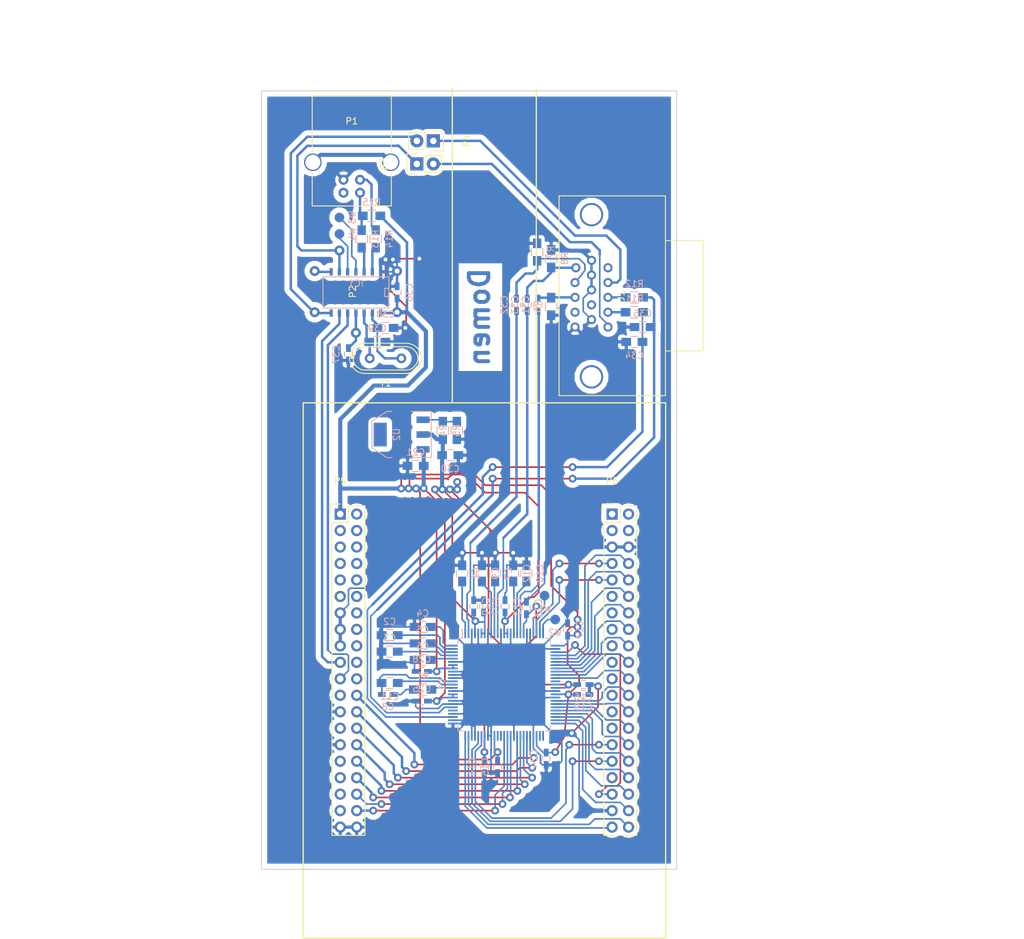
<source format=kicad_pcb>
(kicad_pcb (version 4) (host pcbnew 4.0.4+e1-6308~48~ubuntu16.04.1-stable)
  (layers (0 F.Cu signal) (31 B.Cu signal) (34 B.Paste user) (35 F.Paste user) (36 B.SilkS user) (37 F.SilkS user) (38 B.Mask user) (39 F.Mask user) (44 Edge.Cuts user))
  (net 0 "")
  (net 1 "Net-(C1-Pad1)")
  (net 2 GND)
  (net 3 "Net-(C2-Pad1)")
  (net 4 "Net-(C3-Pad1)")
  (net 5 "Net-(C4-Pad1)")
  (net 6 "Net-(C5-Pad1)")
  (net 7 "Net-(C6-Pad1)")
  (net 8 "Net-(C7-Pad1)")
  (net 9 "Net-(C11-Pad1)")
  (net 10 "Net-(C8-Pad2)")
  (net 11 "Net-(C9-Pad1)")
  (net 12 "Net-(C10-Pad1)")
  (net 13 "Net-(C11-Pad2)")
  (net 14 "Net-(C12-Pad1)")
  (net 15 +3V3)
  (net 16 +1V8)
  (net 17 "Net-(C31-Pad1)")
  (net 18 TVP_BIN)
  (net 19 "Net-(C32-Pad1)")
  (net 20 TVP_GIN)
  (net 21 "Net-(C33-Pad1)")
  (net 22 TVP_RIN)
  (net 23 TVP_VSYNC)
  (net 24 TVP_HSYNC)
  (net 25 AVR_RESET)
  (net 26 "Net-(C38-Pad2)")
  (net 27 "Net-(C39-Pad2)")
  (net 28 AVR_RXD)
  (net 29 AVR_TXD)
  (net 30 AVR_MOSI)
  (net 31 AVR_MISO)
  (net 32 AVR_SCK)
  (net 33 "Net-(IC1-Pad11)")
  (net 34 "Net-(IC1-Pad12)")
  (net 35 "Net-(IC1-Pad13)")
  (net 36 "Net-(IC1-Pad10)")
  (net 37 "Net-(J1-Pad4)")
  (net 38 +5V)
  (net 39 "Net-(J1-Pad11)")
  (net 40 VGA_SDA)
  (net 41 "Net-(J1-Pad13)")
  (net 42 "Net-(J1-Pad14)")
  (net 43 VGA_SCL)
  (net 44 "Net-(P1-Pad2)")
  (net 45 "Net-(P1-Pad1)")
  (net 46 "Net-(P1-Pad3)")
  (net 47 "Net-(P1-Pad5)")
  (net 48 "Net-(P5-Pad2)")
  (net 49 "Net-(P5-Pad3)")
  (net 50 "Net-(P5-Pad4)")
  (net 51 "Net-(P5-Pad5)")
  (net 52 "Net-(P5-Pad6)")
  (net 53 "Net-(P5-Pad7)")
  (net 54 "Net-(P5-Pad8)")
  (net 55 "Net-(P5-Pad9)")
  (net 56 "Net-(P5-Pad10)")
  (net 57 "Net-(P5-Pad11)")
  (net 58 "Net-(P5-Pad12)")
  (net 59 "Net-(P5-Pad14)")
  (net 60 "Net-(P5-Pad16)")
  (net 61 "Net-(P5-Pad18)")
  (net 62 "Net-(P5-Pad20)")
  (net 63 "Net-(P5-Pad22)")
  (net 64 "Net-(P5-Pad23)")
  (net 65 R7)
  (net 66 R6)
  (net 67 "Net-(P5-Pad27)")
  (net 68 R5)
  (net 69 R4)
  (net 70 "Net-(P5-Pad31)")
  (net 71 R3)
  (net 72 "Net-(P5-Pad33)")
  (net 73 R2)
  (net 74 "Net-(P5-Pad35)")
  (net 75 R1)
  (net 76 "Net-(P5-Pad37)")
  (net 77 R0)
  (net 78 "Net-(P6-Pad1)")
  (net 79 "Net-(P6-Pad2)")
  (net 80 "Net-(P6-Pad3)")
  (net 81 "Net-(P6-Pad4)")
  (net 82 B7)
  (net 83 B6)
  (net 84 "Net-(P6-Pad11)")
  (net 85 B5)
  (net 86 "Net-(P6-Pad13)")
  (net 87 B4)
  (net 88 "Net-(P6-Pad15)")
  (net 89 B3)
  (net 90 "Net-(P6-Pad17)")
  (net 91 B2)
  (net 92 "Net-(P6-Pad19)")
  (net 93 B1)
  (net 94 "Net-(P6-Pad21)")
  (net 95 B0)
  (net 96 "Net-(P6-Pad23)")
  (net 97 G7)
  (net 98 TVP_RESET)
  (net 99 G6)
  (net 100 TVP_PWDN)
  (net 101 G5)
  (net 102 TVP_VSOUT)
  (net 103 G4)
  (net 104 TVP_HSOUT)
  (net 105 G3)
  (net 106 G2)
  (net 107 TVP_DATACLK)
  (net 108 G1)
  (net 109 G0)
  (net 110 TVP_I2C_SDA)
  (net 111 TVP_I2C_SCL)
  (net 112 "Net-(R1-Pad1)")
  (net 113 "Net-(R4-Pad1)")
  (net 114 "Net-(U1-Pad22)")
  (net 115 "Net-(U1-Pad25)")
  (net 116 "Net-(U1-Pad37)")
  (net 117 "Net-(U1-Pad38)")
  (net 118 "Net-(U1-Pad51)")
  (net 119 "Net-(U1-Pad52)")
  (net 120 "Net-(U1-Pad64)")
  (net 121 "Net-(U1-Pad65)")
  (net 122 "Net-(U1-Pad80)")
  (net 123 "Net-(P6-Pad25)")
  (net 124 "Net-(P6-Pad27)")
  (net 125 "Net-(P6-Pad33)")
  (module Capacitors_SMD:C_0805_HandSoldering (layer B.Cu) (at 90.932 103.378 90)
    (fp_text reference C1 (at 0 2.1 90) (layer B.SilkS) (effects (justify mirror)))
    (fp_text value 1nF)
    (pad 1 smd rect (at -1.25 0 90) (size 1.5 1.25) (layers B.Cu B.Paste B.Mask) (net 1 "Net-(C1-Pad1)"))
    (pad 2 smd rect (at 1.25 0 90) (size 1.5 1.25) (layers B.Cu B.Paste B.Mask) (net 2 GND))
  )
  (module Capacitors_SMD:C_0805_HandSoldering (layer B.Cu) (at 79.756 112.903 180)
    (fp_text reference C2 (at 0 2.1 180) (layer B.SilkS) (effects (justify mirror)))
    (fp_text value 1nF)
    (pad 1 smd rect (at -1.25 0 180) (size 1.5 1.25) (layers B.Cu B.Paste B.Mask) (net 3 "Net-(C2-Pad1)"))
    (pad 2 smd rect (at 1.25 0 180) (size 1.5 1.25) (layers B.Cu B.Paste B.Mask) (net 2 GND))
  )
  (module Capacitors_SMD:C_0805_HandSoldering (layer B.Cu) (at 79.756 115.443 180)
    (fp_text reference C3 (at 0 2.1 180) (layer B.SilkS) (effects (justify mirror)))
    (fp_text value 1nF)
    (pad 1 smd rect (at -1.25 0 180) (size 1.5 1.25) (layers B.Cu B.Paste B.Mask) (net 4 "Net-(C3-Pad1)"))
    (pad 2 smd rect (at 1.25 0 180) (size 1.5 1.25) (layers B.Cu B.Paste B.Mask) (net 2 GND))
  )
  (module Capacitors_SMD:C_0805_HandSoldering (layer B.Cu) (at 84.836 111.633 180)
    (fp_text reference C4 (at 0 2.1 180) (layer B.SilkS) (effects (justify mirror)))
    (fp_text value 10nF)
    (pad 1 smd rect (at -1.25 0 180) (size 1.5 1.25) (layers B.Cu B.Paste B.Mask) (net 5 "Net-(C4-Pad1)"))
    (pad 2 smd rect (at 1.25 0 180) (size 1.5 1.25) (layers B.Cu B.Paste B.Mask) (net 2 GND))
  )
  (module Capacitors_SMD:C_0805_HandSoldering (layer B.Cu) (at 84.836 114.173 180)
    (fp_text reference C5 (at 0 2.1 180) (layer B.SilkS) (effects (justify mirror)))
    (fp_text value 10nF)
    (pad 1 smd rect (at -1.25 0 180) (size 1.5 1.25) (layers B.Cu B.Paste B.Mask) (net 6 "Net-(C5-Pad1)"))
    (pad 2 smd rect (at 1.25 0 180) (size 1.5 1.25) (layers B.Cu B.Paste B.Mask) (net 2 GND))
  )
  (module Capacitors_SMD:C_0805_HandSoldering (layer B.Cu) (at 84.836 116.713 180)
    (fp_text reference C6 (at 0 2.1 180) (layer B.SilkS) (effects (justify mirror)))
    (fp_text value 10nF)
    (pad 1 smd rect (at -1.25 0 180) (size 1.5 1.25) (layers B.Cu B.Paste B.Mask) (net 7 "Net-(C6-Pad1)"))
    (pad 2 smd rect (at 1.25 0 180) (size 1.5 1.25) (layers B.Cu B.Paste B.Mask) (net 2 GND))
  )
  (module Capacitors_SMD:C_0805_HandSoldering (layer B.Cu) (at 96.012 103.378 90)
    (fp_text reference C7 (at 0 2.1 90) (layer B.SilkS) (effects (justify mirror)))
    (fp_text value 10nF)
    (pad 1 smd rect (at -1.25 0 90) (size 1.5 1.25) (layers B.Cu B.Paste B.Mask) (net 8 "Net-(C7-Pad1)"))
    (pad 2 smd rect (at 1.25 0 90) (size 1.5 1.25) (layers B.Cu B.Paste B.Mask) (net 2 GND))
  )
  (module Capacitors_SMD:C_0603_HandSoldering (layer B.Cu) (at 79.502 122.047)
    (fp_text reference C8 (at 0 1.9) (layer B.SilkS) (effects (justify mirror)))
    (fp_text value 100nF)
    (pad 1 smd rect (at -0.95 0) (size 1.2 0.75) (layers B.Cu B.Paste B.Mask) (net 9 "Net-(C11-Pad1)"))
    (pad 2 smd rect (at 0.95 0) (size 1.2 0.75) (layers B.Cu B.Paste B.Mask) (net 10 "Net-(C8-Pad2)"))
  )
  (module Capacitors_SMD:C_0805_HandSoldering (layer B.Cu) (at 93.98 103.378 90)
    (fp_text reference C9 (at 0 2.1 90) (layer B.SilkS) (effects (justify mirror)))
    (fp_text value 10nF)
    (pad 1 smd rect (at -1.25 0 90) (size 1.5 1.25) (layers B.Cu B.Paste B.Mask) (net 11 "Net-(C9-Pad1)"))
    (pad 2 smd rect (at 1.25 0 90) (size 1.5 1.25) (layers B.Cu B.Paste B.Mask) (net 2 GND))
  )
  (module Capacitors_SMD:C_0805_HandSoldering (layer B.Cu) (at 100.838 103.378 90)
    (fp_text reference C10 (at 0 2.1 90) (layer B.SilkS) (effects (justify mirror)))
    (fp_text value 10nF)
    (pad 1 smd rect (at -1.25 0 90) (size 1.5 1.25) (layers B.Cu B.Paste B.Mask) (net 12 "Net-(C10-Pad1)"))
    (pad 2 smd rect (at 1.25 0 90) (size 1.5 1.25) (layers B.Cu B.Paste B.Mask) (net 2 GND))
  )
  (module Capacitors_SMD:C_0805_HandSoldering (layer B.Cu) (at 79.756 120.269)
    (fp_text reference C11 (at 0 2.1) (layer B.SilkS) (effects (justify mirror)))
    (fp_text value 4.7nF)
    (pad 1 smd rect (at -1.25 0) (size 1.5 1.25) (layers B.Cu B.Paste B.Mask) (net 9 "Net-(C11-Pad1)"))
    (pad 2 smd rect (at 1.25 0) (size 1.5 1.25) (layers B.Cu B.Paste B.Mask) (net 13 "Net-(C11-Pad2)"))
  )
  (module Capacitors_SMD:C_0805_HandSoldering (layer B.Cu) (at 98.806 103.378 90)
    (fp_text reference C12 (at 0 2.1 90) (layer B.SilkS) (effects (justify mirror)))
    (fp_text value 10nF)
    (pad 1 smd rect (at -1.25 0 90) (size 1.5 1.25) (layers B.Cu B.Paste B.Mask) (net 14 "Net-(C12-Pad1)"))
    (pad 2 smd rect (at 1.25 0 90) (size 1.5 1.25) (layers B.Cu B.Paste B.Mask) (net 2 GND))
  )
  (module Capacitors_SMD:C_0603_HandSoldering (layer B.Cu) (at 97.536 108.458 90)
    (fp_text reference C13 (at 0 1.9 90) (layer B.SilkS) (effects (justify mirror)))
    (fp_text value 100nF)
    (pad 1 smd rect (at -0.95 0 90) (size 1.2 0.75) (layers B.Cu B.Paste B.Mask) (net 15 +3V3))
    (pad 2 smd rect (at 0.95 0 90) (size 1.2 0.75) (layers B.Cu B.Paste B.Mask) (net 2 GND))
  )
  (module Capacitors_SMD:C_0603_HandSoldering (layer B.Cu) (at 94.361 133.223 270)
    (fp_text reference C14 (at 0 1.9 270) (layer B.SilkS) (effects (justify mirror)))
    (fp_text value 100nF)
    (pad 1 smd rect (at -0.95 0 270) (size 1.2 0.75) (layers B.Cu B.Paste B.Mask) (net 16 +1V8))
    (pad 2 smd rect (at 0.95 0 270) (size 1.2 0.75) (layers B.Cu B.Paste B.Mask) (net 2 GND))
  )
  (module Capacitors_SMD:C_0603_HandSoldering (layer B.Cu) (at 96.393 133.223 270)
    (fp_text reference C15 (at 0 1.9 270) (layer B.SilkS) (effects (justify mirror)))
    (fp_text value 100nF)
    (pad 1 smd rect (at -0.95 0 270) (size 1.2 0.75) (layers B.Cu B.Paste B.Mask) (net 15 +3V3))
    (pad 2 smd rect (at 0.95 0 270) (size 1.2 0.75) (layers B.Cu B.Paste B.Mask) (net 2 GND))
  )
  (module Capacitors_SMD:C_0603_HandSoldering (layer B.Cu) (at 109.601 120.523)
    (fp_text reference C16 (at 0 1.9) (layer B.SilkS) (effects (justify mirror)))
    (fp_text value 100nF)
    (pad 1 smd rect (at -0.95 0) (size 1.2 0.75) (layers B.Cu B.Paste B.Mask) (net 16 +1V8))
    (pad 2 smd rect (at 0.95 0) (size 1.2 0.75) (layers B.Cu B.Paste B.Mask) (net 2 GND))
  )
  (module Capacitors_SMD:C_0603_HandSoldering (layer B.Cu) (at 107.188 112.014 90)
    (fp_text reference C17 (at 0 1.9 90) (layer B.SilkS) (effects (justify mirror)))
    (fp_text value 100nF)
    (pad 1 smd rect (at -0.95 0 90) (size 1.2 0.75) (layers B.Cu B.Paste B.Mask) (net 15 +3V3))
    (pad 2 smd rect (at 0.95 0 90) (size 1.2 0.75) (layers B.Cu B.Paste B.Mask) (net 2 GND))
  )
  (module Capacitors_SMD:C_0603_HandSoldering (layer B.Cu) (at 109.601 122.047)
    (fp_text reference C19 (at 0 1.9) (layer B.SilkS) (effects (justify mirror)))
    (fp_text value 100nF)
    (pad 1 smd rect (at -0.95 0) (size 1.2 0.75) (layers B.Cu B.Paste B.Mask) (net 15 +3V3))
    (pad 2 smd rect (at 0.95 0) (size 1.2 0.75) (layers B.Cu B.Paste B.Mask) (net 2 GND))
  )
  (module Capacitors_SMD:C_0805_HandSoldering (layer B.Cu) (at 83.7565 86.8045 180)
    (fp_text reference C21 (at 0 2.1 180) (layer B.SilkS) (effects (justify mirror)))
    (fp_text value 10uF)
    (pad 1 smd rect (at -1.25 0 180) (size 1.5 1.25) (layers B.Cu B.Paste B.Mask) (net 15 +3V3))
    (pad 2 smd rect (at 1.25 0 180) (size 1.5 1.25) (layers B.Cu B.Paste B.Mask) (net 2 GND))
  )
  (module Capacitors_SMD:C_0603_HandSoldering (layer B.Cu) (at 100.838 108.712 90)
    (fp_text reference C23 (at 0 1.9 90) (layer B.SilkS) (effects (justify mirror)))
    (fp_text value 100nF)
    (pad 1 smd rect (at -0.95 0 90) (size 1.2 0.75) (layers B.Cu B.Paste B.Mask) (net 16 +1V8))
    (pad 2 smd rect (at 0.95 0 90) (size 1.2 0.75) (layers B.Cu B.Paste B.Mask) (net 2 GND))
  )
  (module Capacitors_SMD:C_0603_HandSoldering (layer B.Cu) (at 103.886 131.953 270)
    (fp_text reference C24 (at 0 1.9 270) (layer B.SilkS) (effects (justify mirror)))
    (fp_text value 100nF)
    (pad 1 smd rect (at -0.95 0 270) (size 1.2 0.75) (layers B.Cu B.Paste B.Mask) (net 15 +3V3))
    (pad 2 smd rect (at 0.95 0 270) (size 1.2 0.75) (layers B.Cu B.Paste B.Mask) (net 2 GND))
  )
  (module Capacitors_SMD:C_0603_HandSoldering (layer B.Cu) (at 84.709 123.063 180)
    (fp_text reference C25 (at 0 1.9 180) (layer B.SilkS) (effects (justify mirror)))
    (fp_text value 100nF)
    (pad 1 smd rect (at -0.95 0 180) (size 1.2 0.75) (layers B.Cu B.Paste B.Mask) (net 16 +1V8))
    (pad 2 smd rect (at 0.95 0 180) (size 1.2 0.75) (layers B.Cu B.Paste B.Mask) (net 2 GND))
  )
  (module Capacitors_SMD:C_0603_HandSoldering (layer B.Cu) (at 94.234 108.458 90)
    (fp_text reference C27 (at 0 1.9 90) (layer B.SilkS) (effects (justify mirror)))
    (fp_text value 100nF)
    (pad 1 smd rect (at -0.95 0 90) (size 1.2 0.75) (layers B.Cu B.Paste B.Mask) (net 16 +1V8))
    (pad 2 smd rect (at 0.95 0 90) (size 1.2 0.75) (layers B.Cu B.Paste B.Mask) (net 2 GND))
  )
  (module Capacitors_SMD:C_0603_HandSoldering (layer B.Cu) (at 84.709 118.491 180)
    (fp_text reference C28 (at 0 1.9 180) (layer B.SilkS) (effects (justify mirror)))
    (fp_text value 100nF)
    (pad 1 smd rect (at -0.95 0 180) (size 1.2 0.75) (layers B.Cu B.Paste B.Mask) (net 15 +3V3))
    (pad 2 smd rect (at 0.95 0 180) (size 1.2 0.75) (layers B.Cu B.Paste B.Mask) (net 2 GND))
  )
  (module Capacitors_SMD:C_0603_HandSoldering (layer B.Cu) (at 92.71 108.458 90)
    (fp_text reference C29 (at 0 1.9 90) (layer B.SilkS) (effects (justify mirror)))
    (fp_text value 100nF)
    (pad 1 smd rect (at -0.95 0 90) (size 1.2 0.75) (layers B.Cu B.Paste B.Mask) (net 16 +1V8))
    (pad 2 smd rect (at 0.95 0 90) (size 1.2 0.75) (layers B.Cu B.Paste B.Mask) (net 2 GND))
  )
  (module Capacitors_SMD:C_0805_HandSoldering (layer B.Cu) (at 89.0905 85.1535)
    (fp_text reference C30 (at 0 2.1) (layer B.SilkS) (effects (justify mirror)))
    (fp_text value 10uF)
    (pad 1 smd rect (at -1.25 0) (size 1.5 1.25) (layers B.Cu B.Paste B.Mask) (net 16 +1V8))
    (pad 2 smd rect (at 1.25 0) (size 1.5 1.25) (layers B.Cu B.Paste B.Mask) (net 2 GND))
  )
  (module Capacitors_SMD:C_0603_HandSoldering (layer B.Cu) (at 102.616 61.976 270)
    (fp_text reference C31 (at 0 1.9 270) (layer B.SilkS) (effects (justify mirror)))
    (fp_text value 100nF)
    (pad 1 smd rect (at -0.95 0 270) (size 1.2 0.75) (layers B.Cu B.Paste B.Mask) (net 17 "Net-(C31-Pad1)"))
    (pad 2 smd rect (at 0.95 0 270) (size 1.2 0.75) (layers B.Cu B.Paste B.Mask) (net 18 TVP_BIN))
  )
  (module Capacitors_SMD:C_0603_HandSoldering (layer B.Cu) (at 99.314 61.976 270)
    (fp_text reference C32 (at 0 1.9 270) (layer B.SilkS) (effects (justify mirror)))
    (fp_text value 100nF)
    (pad 1 smd rect (at -0.95 0 270) (size 1.2 0.75) (layers B.Cu B.Paste B.Mask) (net 19 "Net-(C32-Pad1)"))
    (pad 2 smd rect (at 0.95 0 270) (size 1.2 0.75) (layers B.Cu B.Paste B.Mask) (net 20 TVP_GIN))
  )
  (module Capacitors_SMD:C_0603_HandSoldering (layer B.Cu) (at 100.965 61.976 270)
    (fp_text reference C33 (at 0 1.9 270) (layer B.SilkS) (effects (justify mirror)))
    (fp_text value 100nF)
    (pad 1 smd rect (at -0.95 0 270) (size 1.2 0.75) (layers B.Cu B.Paste B.Mask) (net 21 "Net-(C33-Pad1)"))
    (pad 2 smd rect (at 0.95 0 270) (size 1.2 0.75) (layers B.Cu B.Paste B.Mask) (net 22 TVP_RIN))
  )
  (module Capacitors_SMD:C_0805_HandSoldering (layer B.Cu) (at 117.475 67.691)
    (fp_text reference C34 (at 0 2.1) (layer B.SilkS) (effects (justify mirror)))
    (fp_text value 1nF)
    (pad 1 smd rect (at -1.25 0) (size 1.5 1.25) (layers B.Cu B.Paste B.Mask) (net 2 GND))
    (pad 2 smd rect (at 1.25 0) (size 1.5 1.25) (layers B.Cu B.Paste B.Mask) (net 23 TVP_VSYNC))
  )
  (module Capacitors_SMD:C_0805_HandSoldering (layer B.Cu) (at 118.745 65.405 180)
    (fp_text reference C35 (at 0 2.1 180) (layer B.SilkS) (effects (justify mirror)))
    (fp_text value C)
    (pad 1 smd rect (at -1.25 0 180) (size 1.5 1.25) (layers B.Cu B.Paste B.Mask) (net 24 TVP_HSYNC))
    (pad 2 smd rect (at 1.25 0 180) (size 1.5 1.25) (layers B.Cu B.Paste B.Mask) (net 2 GND))
  )
  (module Capacitors_SMD:C_0603_HandSoldering (layer B.Cu) (at 80.899 60.071 90)
    (fp_text reference C36 (at 0 1.9 90) (layer B.SilkS) (effects (justify mirror)))
    (fp_text value 100nF)
    (pad 1 smd rect (at -0.95 0 90) (size 1.2 0.75) (layers B.Cu B.Paste B.Mask) (net 15 +3V3))
    (pad 2 smd rect (at 0.95 0 90) (size 1.2 0.75) (layers B.Cu B.Paste B.Mask) (net 2 GND))
  )
  (module Capacitors_SMD:C_0603_HandSoldering (layer B.Cu) (at 73.406 69.596 270)
    (fp_text reference C37 (at 0 1.9 270) (layer B.SilkS) (effects (justify mirror)))
    (fp_text value 100nF)
    (pad 1 smd rect (at -0.95 0 270) (size 1.2 0.75) (layers B.Cu B.Paste B.Mask) (net 25 AVR_RESET))
    (pad 2 smd rect (at 0.95 0 270) (size 1.2 0.75) (layers B.Cu B.Paste B.Mask) (net 2 GND))
  )
  (module Capacitors_SMD:C_0805_HandSoldering (layer B.Cu) (at 79.121 65.532 180)
    (fp_text reference C38 (at 0 2.1 180) (layer B.SilkS) (effects (justify mirror)))
    (fp_text value 22pF)
    (pad 1 smd rect (at -1.25 0 180) (size 1.5 1.25) (layers B.Cu B.Paste B.Mask) (net 2 GND))
    (pad 2 smd rect (at 1.25 0 180) (size 1.5 1.25) (layers B.Cu B.Paste B.Mask) (net 26 "Net-(C38-Pad2)"))
  )
  (module Capacitors_SMD:C_0805_HandSoldering (layer B.Cu) (at 77.851 67.691 180)
    (fp_text reference C39 (at 0 2.1 180) (layer B.SilkS) (effects (justify mirror)))
    (fp_text value 22pF)
    (pad 1 smd rect (at -1.25 0 180) (size 1.5 1.25) (layers B.Cu B.Paste B.Mask) (net 2 GND))
    (pad 2 smd rect (at 1.25 0 180) (size 1.5 1.25) (layers B.Cu B.Paste B.Mask) (net 27 "Net-(C39-Pad2)"))
  )
  (module SMD_Packages:SOIC-14_N (layer B.Cu) (at 74.549 59.944 180)
    (fp_text reference IC1 (at 0 1.27 180) (layer B.SilkS) (effects (justify mirror)))
    (fp_text value ATTINY841-SSU)
    (pad 1 smd rect (at -3.81 -3.302 180) (size 0.508 1.143) (layers B.Cu B.Paste B.Mask) (net 15 +3V3))
    (pad 2 smd rect (at -2.54 -3.302 180) (size 0.508 1.143) (layers B.Cu B.Paste B.Mask) (net 26 "Net-(C38-Pad2)"))
    (pad 3 smd rect (at -1.27 -3.302 180) (size 0.508 1.143) (layers B.Cu B.Paste B.Mask) (net 27 "Net-(C39-Pad2)"))
    (pad 4 smd rect (at 0 -3.302 180) (size 0.508 1.143) (layers B.Cu B.Paste B.Mask) (net 25 AVR_RESET))
    (pad 5 smd rect (at 1.27 -3.302 180) (size 0.508 1.143) (layers B.Cu B.Paste B.Mask) (net 28 AVR_RXD))
    (pad 6 smd rect (at 2.54 -3.302 180) (size 0.508 1.143) (layers B.Cu B.Paste B.Mask) (net 29 AVR_TXD))
    (pad 7 smd rect (at 3.81 -3.302 180) (size 0.508 1.143) (layers B.Cu B.Paste B.Mask) (net 30 AVR_MOSI))
    (pad 8 smd rect (at 3.81 3.048 180) (size 0.508 1.143) (layers B.Cu B.Paste B.Mask) (net 31 AVR_MISO))
    (pad 9 smd rect (at 2.54 3.048 180) (size 0.508 1.143) (layers B.Cu B.Paste B.Mask) (net 32 AVR_SCK))
    (pad 11 smd rect (at 0 3.048 180) (size 0.508 1.143) (layers B.Cu B.Paste B.Mask) (net 33 "Net-(IC1-Pad11)"))
    (pad 12 smd rect (at -1.27 3.048 180) (size 0.508 1.143) (layers B.Cu B.Paste B.Mask) (net 34 "Net-(IC1-Pad12)"))
    (pad 13 smd rect (at -2.54 3.048 180) (size 0.508 1.143) (layers B.Cu B.Paste B.Mask) (net 35 "Net-(IC1-Pad13)"))
    (pad 14 smd rect (at -3.81 3.048 180) (size 0.508 1.143) (layers B.Cu B.Paste B.Mask) (net 2 GND))
    (pad 10 smd rect (at 1.27 3.048 180) (size 0.508 1.143) (layers B.Cu B.Paste B.Mask) (net 36 "Net-(IC1-Pad10)"))
  )
  (module Connect:USB_B (layer F.Cu) (at 72.644 44.704 90)
    (fp_text reference P1 (at 11.049 1.27 180) (layer F.SilkS))
    (fp_text value USB_B)
    (pad 2 thru_hole circle (at 0 2.54) (size 1.524 1.524) (drill 0.8128) (layers *.Cu *.Mask) (net 44 "Net-(P1-Pad2)"))
    (pad 1 thru_hole circle (at 0 0) (size 1.524 1.524) (drill 0.8128) (layers *.Cu *.Mask) (net 45 "Net-(P1-Pad1)"))
    (pad 4 thru_hole circle (at 1.99898 0) (size 1.524 1.524) (drill 0.8128) (layers *.Cu *.Mask) (net 2 GND))
    (pad 3 thru_hole circle (at 1.99898 2.54) (size 1.524 1.524) (drill 0.8128) (layers *.Cu *.Mask) (net 46 "Net-(P1-Pad3)"))
    (pad 5 thru_hole circle (at 4.699 7.26948) (size 2.70002 2.70002) (drill 2.30124) (layers *.Cu *.Mask) (net 47 "Net-(P1-Pad5)"))
    (pad 5 thru_hole circle (at 4.699 -4.72948) (size 2.70002 2.70002) (drill 2.30124) (layers *.Cu *.Mask) (net 47 "Net-(P1-Pad5)"))
  )
  (module attiny841-spi:ATTINY841-SPI (layer F.Cu) (at 74.549 59.944 270)
    (fp_text reference P2 (at 0 0.5 270) (layer F.SilkS))
    (fp_text value CONN_01X06)
    (pad 1 thru_hole circle (at -3.175 6.35 270) (size 1.524 1.524) (drill 0.762) (layers *.Cu *.Mask) (net 31 AVR_MISO))
    (pad 4 thru_hole circle (at 3.175 6.35 270) (size 1.524 1.524) (drill 0.762) (layers *.Cu *.Mask) (net 30 AVR_MOSI))
    (pad 2 thru_hole circle (at 3.175 -6.35 270) (size 1.524 1.524) (drill 0.762) (layers *.Cu *.Mask) (net 15 +3V3))
    (pad 6 thru_hole circle (at -3.175 -6.35 270) (size 1.524 1.524) (drill 0.762) (layers *.Cu *.Mask) (net 2 GND))
    (pad 5 thru_hole circle (at 6.35 0 270) (size 1.524 1.524) (drill 0.762) (layers *.Cu *.Mask) (net 25 AVR_RESET))
    (pad 3 thru_hole circle (at -6.35 2.54 270) (size 1.524 1.524) (drill 0.762) (layers *.Cu *.Mask) (net 32 AVR_SCK))
  )
  (module Pin_Headers:Pin_Header_Straight_1x02 (layer F.Cu) (at 83.947 40.259 90)
    (fp_text reference P3 (at 0 -5.1 90) (layer F.SilkS))
    (fp_text value CONN_01X02)
    (pad 1 thru_hole rect (at 0 0 90) (size 2.032 2.032) (drill 1.016) (layers *.Cu *.Mask) (net 32 AVR_SCK))
    (pad 2 thru_hole oval (at 0 2.54 90) (size 2.032 2.032) (drill 1.016) (layers *.Cu *.Mask) (net 43 VGA_SCL))
  )
  (module Pin_Headers:Pin_Header_Straight_1x02 (layer F.Cu) (at 86.487 36.703 270)
    (fp_text reference P4 (at 0 -5.1 270) (layer F.SilkS))
    (fp_text value CONN_01X02)
    (pad 1 thru_hole rect (at 0 0 270) (size 2.032 2.032) (drill 1.016) (layers *.Cu *.Mask) (net 40 VGA_SDA))
    (pad 2 thru_hole oval (at 0 2.54 270) (size 2.032 2.032) (drill 1.016) (layers *.Cu *.Mask) (net 30 AVR_MOSI))
  )
  (module Pin_Headers:Pin_Header_Straight_2x20 (layer F.Cu) (at 72.136 94.234)
    (fp_text reference P5 (at 0 -5.1) (layer F.SilkS))
    (fp_text value CONN_02X20)
    (pad 1 thru_hole rect (at 0 0) (size 1.7272 1.7272) (drill 1.016) (layers *.Cu *.Mask) (net 15 +3V3))
    (pad 2 thru_hole oval (at 2.54 0) (size 1.7272 1.7272) (drill 1.016) (layers *.Cu *.Mask) (net 48 "Net-(P5-Pad2)"))
    (pad 3 thru_hole oval (at 0 2.54) (size 1.7272 1.7272) (drill 1.016) (layers *.Cu *.Mask) (net 49 "Net-(P5-Pad3)"))
    (pad 4 thru_hole oval (at 2.54 2.54) (size 1.7272 1.7272) (drill 1.016) (layers *.Cu *.Mask) (net 50 "Net-(P5-Pad4)"))
    (pad 5 thru_hole oval (at 0 5.08) (size 1.7272 1.7272) (drill 1.016) (layers *.Cu *.Mask) (net 51 "Net-(P5-Pad5)"))
    (pad 6 thru_hole oval (at 2.54 5.08) (size 1.7272 1.7272) (drill 1.016) (layers *.Cu *.Mask) (net 52 "Net-(P5-Pad6)"))
    (pad 7 thru_hole oval (at 0 7.62) (size 1.7272 1.7272) (drill 1.016) (layers *.Cu *.Mask) (net 53 "Net-(P5-Pad7)"))
    (pad 8 thru_hole oval (at 2.54 7.62) (size 1.7272 1.7272) (drill 1.016) (layers *.Cu *.Mask) (net 54 "Net-(P5-Pad8)"))
    (pad 9 thru_hole oval (at 0 10.16) (size 1.7272 1.7272) (drill 1.016) (layers *.Cu *.Mask) (net 55 "Net-(P5-Pad9)"))
    (pad 10 thru_hole oval (at 2.54 10.16) (size 1.7272 1.7272) (drill 1.016) (layers *.Cu *.Mask) (net 56 "Net-(P5-Pad10)"))
    (pad 11 thru_hole oval (at 0 12.7) (size 1.7272 1.7272) (drill 1.016) (layers *.Cu *.Mask) (net 57 "Net-(P5-Pad11)"))
    (pad 12 thru_hole oval (at 2.54 12.7) (size 1.7272 1.7272) (drill 1.016) (layers *.Cu *.Mask) (net 58 "Net-(P5-Pad12)"))
    (pad 13 thru_hole oval (at 0 15.24) (size 1.7272 1.7272) (drill 1.016) (layers *.Cu *.Mask) (net 2 GND))
    (pad 14 thru_hole oval (at 2.54 15.24) (size 1.7272 1.7272) (drill 1.016) (layers *.Cu *.Mask) (net 59 "Net-(P5-Pad14)"))
    (pad 15 thru_hole oval (at 0 17.78) (size 1.7272 1.7272) (drill 1.016) (layers *.Cu *.Mask) (net 2 GND))
    (pad 16 thru_hole oval (at 2.54 17.78) (size 1.7272 1.7272) (drill 1.016) (layers *.Cu *.Mask) (net 60 "Net-(P5-Pad16)"))
    (pad 17 thru_hole oval (at 0 20.32) (size 1.7272 1.7272) (drill 1.016) (layers *.Cu *.Mask) (net 2 GND))
    (pad 18 thru_hole oval (at 2.54 20.32) (size 1.7272 1.7272) (drill 1.016) (layers *.Cu *.Mask) (net 61 "Net-(P5-Pad18)"))
    (pad 19 thru_hole oval (at 0 22.86) (size 1.7272 1.7272) (drill 1.016) (layers *.Cu *.Mask) (net 29 AVR_TXD))
    (pad 20 thru_hole oval (at 2.54 22.86) (size 1.7272 1.7272) (drill 1.016) (layers *.Cu *.Mask) (net 62 "Net-(P5-Pad20)"))
    (pad 21 thru_hole oval (at 0 25.4) (size 1.7272 1.7272) (drill 1.016) (layers *.Cu *.Mask) (net 28 AVR_RXD))
    (pad 22 thru_hole oval (at 2.54 25.4) (size 1.7272 1.7272) (drill 1.016) (layers *.Cu *.Mask) (net 63 "Net-(P5-Pad22)"))
    (pad 23 thru_hole oval (at 0 27.94) (size 1.7272 1.7272) (drill 1.016) (layers *.Cu *.Mask) (net 64 "Net-(P5-Pad23)"))
    (pad 24 thru_hole oval (at 2.54 27.94) (size 1.7272 1.7272) (drill 1.016) (layers *.Cu *.Mask) (net 65 R7))
    (pad 25 thru_hole oval (at 0 30.48) (size 1.7272 1.7272) (drill 1.016) (layers *.Cu *.Mask) (net 2 GND))
    (pad 26 thru_hole oval (at 2.54 30.48) (size 1.7272 1.7272) (drill 1.016) (layers *.Cu *.Mask) (net 66 R6))
    (pad 27 thru_hole oval (at 0 33.02) (size 1.7272 1.7272) (drill 1.016) (layers *.Cu *.Mask) (net 67 "Net-(P5-Pad27)"))
    (pad 28 thru_hole oval (at 2.54 33.02) (size 1.7272 1.7272) (drill 1.016) (layers *.Cu *.Mask) (net 68 R5))
    (pad 29 thru_hole oval (at 0 35.56) (size 1.7272 1.7272) (drill 1.016) (layers *.Cu *.Mask) (net 2 GND))
    (pad 30 thru_hole oval (at 2.54 35.56) (size 1.7272 1.7272) (drill 1.016) (layers *.Cu *.Mask) (net 69 R4))
    (pad 31 thru_hole oval (at 0 38.1) (size 1.7272 1.7272) (drill 1.016) (layers *.Cu *.Mask) (net 70 "Net-(P5-Pad31)"))
    (pad 32 thru_hole oval (at 2.54 38.1) (size 1.7272 1.7272) (drill 1.016) (layers *.Cu *.Mask) (net 71 R3))
    (pad 33 thru_hole oval (at 0 40.64) (size 1.7272 1.7272) (drill 1.016) (layers *.Cu *.Mask) (net 72 "Net-(P5-Pad33)"))
    (pad 34 thru_hole oval (at 2.54 40.64) (size 1.7272 1.7272) (drill 1.016) (layers *.Cu *.Mask) (net 73 R2))
    (pad 35 thru_hole oval (at 0 43.18) (size 1.7272 1.7272) (drill 1.016) (layers *.Cu *.Mask) (net 74 "Net-(P5-Pad35)"))
    (pad 36 thru_hole oval (at 2.54 43.18) (size 1.7272 1.7272) (drill 1.016) (layers *.Cu *.Mask) (net 75 R1))
    (pad 37 thru_hole oval (at 0 45.72) (size 1.7272 1.7272) (drill 1.016) (layers *.Cu *.Mask) (net 76 "Net-(P5-Pad37)"))
    (pad 38 thru_hole oval (at 2.54 45.72) (size 1.7272 1.7272) (drill 1.016) (layers *.Cu *.Mask) (net 77 R0))
    (pad 39 thru_hole oval (at 0 48.26) (size 1.7272 1.7272) (drill 1.016) (layers *.Cu *.Mask) (net 2 GND))
    (pad 40 thru_hole oval (at 2.54 48.26) (size 1.7272 1.7272) (drill 1.016) (layers *.Cu *.Mask) (net 2 GND))
  )
  (module Pin_Headers:Pin_Header_Straight_2x20 (layer F.Cu) (at 114.046 94.234)
    (fp_text reference P6 (at 0 -5.1) (layer F.SilkS))
    (fp_text value CONN_02X20)
    (pad 1 thru_hole rect (at 0 0) (size 1.7272 1.7272) (drill 1.016) (layers *.Cu *.Mask) (net 78 "Net-(P6-Pad1)"))
    (pad 2 thru_hole oval (at 2.54 0) (size 1.7272 1.7272) (drill 1.016) (layers *.Cu *.Mask) (net 79 "Net-(P6-Pad2)"))
    (pad 3 thru_hole oval (at 0 2.54) (size 1.7272 1.7272) (drill 1.016) (layers *.Cu *.Mask) (net 80 "Net-(P6-Pad3)"))
    (pad 4 thru_hole oval (at 2.54 2.54) (size 1.7272 1.7272) (drill 1.016) (layers *.Cu *.Mask) (net 81 "Net-(P6-Pad4)"))
    (pad 5 thru_hole oval (at 0 5.08) (size 1.7272 1.7272) (drill 1.016) (layers *.Cu *.Mask) (net 2 GND))
    (pad 6 thru_hole oval (at 2.54 5.08) (size 1.7272 1.7272) (drill 1.016) (layers *.Cu *.Mask) (net 2 GND))
    (pad 7 thru_hole oval (at 0 7.62) (size 1.7272 1.7272) (drill 1.016) (layers *.Cu *.Mask) (net 102 TVP_VSOUT))
    (pad 8 thru_hole oval (at 2.54 7.62) (size 1.7272 1.7272) (drill 1.016) (layers *.Cu *.Mask) (net 82 B7))
    (pad 9 thru_hole oval (at 0 10.16) (size 1.7272 1.7272) (drill 1.016) (layers *.Cu *.Mask) (net 104 TVP_HSOUT))
    (pad 10 thru_hole oval (at 2.54 10.16) (size 1.7272 1.7272) (drill 1.016) (layers *.Cu *.Mask) (net 83 B6))
    (pad 11 thru_hole oval (at 0 12.7) (size 1.7272 1.7272) (drill 1.016) (layers *.Cu *.Mask) (net 84 "Net-(P6-Pad11)"))
    (pad 12 thru_hole oval (at 2.54 12.7) (size 1.7272 1.7272) (drill 1.016) (layers *.Cu *.Mask) (net 85 B5))
    (pad 13 thru_hole oval (at 0 15.24) (size 1.7272 1.7272) (drill 1.016) (layers *.Cu *.Mask) (net 86 "Net-(P6-Pad13)"))
    (pad 14 thru_hole oval (at 2.54 15.24) (size 1.7272 1.7272) (drill 1.016) (layers *.Cu *.Mask) (net 87 B4))
    (pad 15 thru_hole oval (at 0 17.78) (size 1.7272 1.7272) (drill 1.016) (layers *.Cu *.Mask) (net 88 "Net-(P6-Pad15)"))
    (pad 16 thru_hole oval (at 2.54 17.78) (size 1.7272 1.7272) (drill 1.016) (layers *.Cu *.Mask) (net 89 B3))
    (pad 17 thru_hole oval (at 0 20.32) (size 1.7272 1.7272) (drill 1.016) (layers *.Cu *.Mask) (net 90 "Net-(P6-Pad17)"))
    (pad 18 thru_hole oval (at 2.54 20.32) (size 1.7272 1.7272) (drill 1.016) (layers *.Cu *.Mask) (net 91 B2))
    (pad 19 thru_hole oval (at 0 22.86) (size 1.7272 1.7272) (drill 1.016) (layers *.Cu *.Mask) (net 92 "Net-(P6-Pad19)"))
    (pad 20 thru_hole oval (at 2.54 22.86) (size 1.7272 1.7272) (drill 1.016) (layers *.Cu *.Mask) (net 93 B1))
    (pad 21 thru_hole oval (at 0 25.4) (size 1.7272 1.7272) (drill 1.016) (layers *.Cu *.Mask) (net 94 "Net-(P6-Pad21)"))
    (pad 22 thru_hole oval (at 2.54 25.4) (size 1.7272 1.7272) (drill 1.016) (layers *.Cu *.Mask) (net 95 B0))
    (pad 23 thru_hole oval (at 0 27.94) (size 1.7272 1.7272) (drill 1.016) (layers *.Cu *.Mask) (net 96 "Net-(P6-Pad23)"))
    (pad 24 thru_hole oval (at 2.54 27.94) (size 1.7272 1.7272) (drill 1.016) (layers *.Cu *.Mask) (net 97 G7))
    (pad 25 thru_hole oval (at 0 30.48) (size 1.7272 1.7272) (drill 1.016) (layers *.Cu *.Mask) (net 123 "Net-(P6-Pad25)"))
    (pad 26 thru_hole oval (at 2.54 30.48) (size 1.7272 1.7272) (drill 1.016) (layers *.Cu *.Mask) (net 99 G6))
    (pad 27 thru_hole oval (at 0 33.02) (size 1.7272 1.7272) (drill 1.016) (layers *.Cu *.Mask) (net 124 "Net-(P6-Pad27)"))
    (pad 28 thru_hole oval (at 2.54 33.02) (size 1.7272 1.7272) (drill 1.016) (layers *.Cu *.Mask) (net 101 G5))
    (pad 29 thru_hole oval (at 0 35.56) (size 1.7272 1.7272) (drill 1.016) (layers *.Cu *.Mask) (net 100 TVP_PWDN))
    (pad 30 thru_hole oval (at 2.54 35.56) (size 1.7272 1.7272) (drill 1.016) (layers *.Cu *.Mask) (net 103 G4))
    (pad 31 thru_hole oval (at 0 38.1) (size 1.7272 1.7272) (drill 1.016) (layers *.Cu *.Mask) (net 98 TVP_RESET))
    (pad 32 thru_hole oval (at 2.54 38.1) (size 1.7272 1.7272) (drill 1.016) (layers *.Cu *.Mask) (net 105 G3))
    (pad 33 thru_hole oval (at 0 40.64) (size 1.7272 1.7272) (drill 1.016) (layers *.Cu *.Mask) (net 125 "Net-(P6-Pad33)"))
    (pad 34 thru_hole oval (at 2.54 40.64) (size 1.7272 1.7272) (drill 1.016) (layers *.Cu *.Mask) (net 106 G2))
    (pad 35 thru_hole oval (at 0 43.18) (size 1.7272 1.7272) (drill 1.016) (layers *.Cu *.Mask) (net 107 TVP_DATACLK))
    (pad 36 thru_hole oval (at 2.54 43.18) (size 1.7272 1.7272) (drill 1.016) (layers *.Cu *.Mask) (net 108 G1))
    (pad 37 thru_hole oval (at 0 45.72) (size 1.7272 1.7272) (drill 1.016) (layers *.Cu *.Mask) (net 2 GND))
    (pad 38 thru_hole oval (at 2.54 45.72) (size 1.7272 1.7272) (drill 1.016) (layers *.Cu *.Mask) (net 109 G0))
    (pad 39 thru_hole oval (at 0 48.26) (size 1.7272 1.7272) (drill 1.016) (layers *.Cu *.Mask) (net 110 TVP_I2C_SDA))
    (pad 40 thru_hole oval (at 2.54 48.26) (size 1.7272 1.7272) (drill 1.016) (layers *.Cu *.Mask) (net 111 TVP_I2C_SCL))
  )
  (module Resistors_SMD:R_0805_HandSoldering (layer B.Cu) (at 84.836 121.285 180)
    (fp_text reference R1 (at 0 2.1 180) (layer B.SilkS) (effects (justify mirror)))
    (fp_text value 1k5)
    (pad 1 smd rect (at -1.35 0 180) (size 1.5 1.3) (layers B.Cu B.Paste B.Mask) (net 112 "Net-(R1-Pad1)"))
    (pad 2 smd rect (at 1.35 0 180) (size 1.5 1.3) (layers B.Cu B.Paste B.Mask) (net 10 "Net-(C8-Pad2)"))
  )
  (module Resistors_SMD:R_0805_HandSoldering (layer B.Cu) (at 90.1065 81.3435 270)
    (fp_text reference R4 (at 0 2.1 270) (layer B.SilkS) (effects (justify mirror)))
    (fp_text value 180R)
    (pad 1 smd rect (at -1.35 0 270) (size 1.5 1.3) (layers B.Cu B.Paste B.Mask) (net 113 "Net-(R4-Pad1)"))
    (pad 2 smd rect (at 1.35 0 270) (size 1.5 1.3) (layers B.Cu B.Paste B.Mask) (net 2 GND))
  )
  (module Resistors_SMD:R_0805_HandSoldering (layer B.Cu) (at 87.9475 81.3435 90)
    (fp_text reference R5 (at 0 2.1 90) (layer B.SilkS) (effects (justify mirror)))
    (fp_text value 330R)
    (pad 1 smd rect (at -1.35 0 90) (size 1.5 1.3) (layers B.Cu B.Paste B.Mask) (net 16 +1V8))
    (pad 2 smd rect (at 1.35 0 90) (size 1.5 1.3) (layers B.Cu B.Paste B.Mask) (net 113 "Net-(R4-Pad1)"))
  )
  (module Resistors_SMD:R_0805_HandSoldering (layer B.Cu) (at 104.648 62.23 270)
    (fp_text reference R6 (at 0 2.1 270) (layer B.SilkS) (effects (justify mirror)))
    (fp_text value 75R)
    (pad 1 smd rect (at -1.35 0 270) (size 1.5 1.3) (layers B.Cu B.Paste B.Mask) (net 17 "Net-(C31-Pad1)"))
    (pad 2 smd rect (at 1.35 0 270) (size 1.5 1.3) (layers B.Cu B.Paste B.Mask) (net 2 GND))
  )
  (module Resistors_SMD:R_0805_HandSoldering (layer B.Cu) (at 102.489 53.848 90)
    (fp_text reference R7 (at 0 2.1 90) (layer B.SilkS) (effects (justify mirror)))
    (fp_text value 75R)
    (pad 1 smd rect (at -1.35 0 90) (size 1.5 1.3) (layers B.Cu B.Paste B.Mask) (net 19 "Net-(C32-Pad1)"))
    (pad 2 smd rect (at 1.35 0 90) (size 1.5 1.3) (layers B.Cu B.Paste B.Mask) (net 2 GND))
  )
  (module Resistors_SMD:R_0805_HandSoldering (layer B.Cu) (at 104.648 54.864 90)
    (fp_text reference R8 (at 0 2.1 90) (layer B.SilkS) (effects (justify mirror)))
    (fp_text value 75R)
    (pad 1 smd rect (at -1.35 0 90) (size 1.5 1.3) (layers B.Cu B.Paste B.Mask) (net 21 "Net-(C33-Pad1)"))
    (pad 2 smd rect (at 1.35 0 90) (size 1.5 1.3) (layers B.Cu B.Paste B.Mask) (net 2 GND))
  )
  (module Resistors_SMD:R_0805_HandSoldering (layer B.Cu) (at 117.475 63.119 180)
    (fp_text reference R11 (at 0 2.1 180) (layer B.SilkS) (effects (justify mirror)))
    (fp_text value 330R)
    (pad 1 smd rect (at -1.35 0 180) (size 1.5 1.3) (layers B.Cu B.Paste B.Mask) (net 23 TVP_VSYNC))
    (pad 2 smd rect (at 1.35 0 180) (size 1.5 1.3) (layers B.Cu B.Paste B.Mask) (net 42 "Net-(J1-Pad14)"))
  )
  (module Resistors_SMD:R_0805_HandSoldering (layer B.Cu) (at 117.475 60.833 180)
    (fp_text reference R12 (at 0 2.1 180) (layer B.SilkS) (effects (justify mirror)))
    (fp_text value R)
    (pad 1 smd rect (at -1.35 0 180) (size 1.5 1.3) (layers B.Cu B.Paste B.Mask) (net 24 TVP_HSYNC))
    (pad 2 smd rect (at 1.35 0 180) (size 1.5 1.3) (layers B.Cu B.Paste B.Mask) (net 41 "Net-(J1-Pad13)"))
  )
  (module Resistors_SMD:R_0805_HandSoldering (layer B.Cu) (at 75.438 51.816 90)
    (fp_text reference R13 (at 0 2.1 90) (layer B.SilkS) (effects (justify mirror)))
    (fp_text value 68R)
    (pad 1 smd rect (at -1.35 0 90) (size 1.5 1.3) (layers B.Cu B.Paste B.Mask) (net 34 "Net-(IC1-Pad12)"))
    (pad 2 smd rect (at 1.35 0 90) (size 1.5 1.3) (layers B.Cu B.Paste B.Mask) (net 44 "Net-(P1-Pad2)"))
  )
  (module Resistors_SMD:R_0805_HandSoldering (layer B.Cu) (at 77.597 51.816 90)
    (fp_text reference R14 (at 0 2.1 90) (layer B.SilkS) (effects (justify mirror)))
    (fp_text value 68R)
    (pad 1 smd rect (at -1.35 0 90) (size 1.5 1.3) (layers B.Cu B.Paste B.Mask) (net 35 "Net-(IC1-Pad13)"))
    (pad 2 smd rect (at 1.35 0 90) (size 1.5 1.3) (layers B.Cu B.Paste B.Mask) (net 46 "Net-(P1-Pad3)"))
  )
  (module Resistors_SMD:R_0805_HandSoldering (layer B.Cu) (at 76.962 48.26 180)
    (fp_text reference R15 (at 0 2.1 180) (layer B.SilkS) (effects (justify mirror)))
    (fp_text value R)
    (pad 1 smd rect (at -1.35 0 180) (size 1.5 1.3) (layers B.Cu B.Paste B.Mask) (net 15 +3V3))
    (pad 2 smd rect (at 1.35 0 180) (size 1.5 1.3) (layers B.Cu B.Paste B.Mask) (net 44 "Net-(P1-Pad2)"))
  )
  (module Housings_QFP:LQFP-100_14x14mm_Pitch0.5mm (layer B.Cu) (at 97.409 120.523 270)
    (fp_text reference U1 (at 0 9.65 270) (layer B.SilkS) (effects (justify mirror)))
    (fp_text value TVP7002)
    (pad 1 smd rect (at -7.9 6 270) (size 1.5 0.28) (layers B.Cu B.Paste B.Mask) (net 1 "Net-(C1-Pad1)"))
    (pad 2 smd rect (at -7.9 5.5 270) (size 1.5 0.28) (layers B.Cu B.Paste B.Mask) (net 20 TVP_GIN))
    (pad 3 smd rect (at -7.9 5 270) (size 1.5 0.28) (layers B.Cu B.Paste B.Mask) (net 2 GND))
    (pad 4 smd rect (at -7.9 4.5 270) (size 1.5 0.28) (layers B.Cu B.Paste B.Mask) (net 16 +1V8))
    (pad 5 smd rect (at -7.9 4 270) (size 1.5 0.28) (layers B.Cu B.Paste B.Mask) (net 2 GND))
    (pad 6 smd rect (at -7.9 3.5 270) (size 1.5 0.28) (layers B.Cu B.Paste B.Mask) (net 16 +1V8))
    (pad 7 smd rect (at -7.9 3 270) (size 1.5 0.28) (layers B.Cu B.Paste B.Mask) (net 16 +1V8))
    (pad 8 smd rect (at -7.9 2.5 270) (size 1.5 0.28) (layers B.Cu B.Paste B.Mask) (net 2 GND))
    (pad 9 smd rect (at -7.9 2 270) (size 1.5 0.28) (layers B.Cu B.Paste B.Mask) (net 11 "Net-(C9-Pad1)"))
    (pad 10 smd rect (at -7.9 1.5 270) (size 1.5 0.28) (layers B.Cu B.Paste B.Mask) (net 8 "Net-(C7-Pad1)"))
    (pad 11 smd rect (at -7.9 1 270) (size 1.5 0.28) (layers B.Cu B.Paste B.Mask) (net 22 TVP_RIN))
    (pad 12 smd rect (at -7.9 0.5 270) (size 1.5 0.28) (layers B.Cu B.Paste B.Mask) (net 2 GND))
    (pad 13 smd rect (at -7.9 0 270) (size 1.5 0.28) (layers B.Cu B.Paste B.Mask) (net 15 +3V3))
    (pad 14 smd rect (at -7.9 -0.5 270) (size 1.5 0.28) (layers B.Cu B.Paste B.Mask) (net 15 +3V3))
    (pad 15 smd rect (at -7.9 -1 270) (size 1.5 0.28) (layers B.Cu B.Paste B.Mask) (net 2 GND))
    (pad 16 smd rect (at -7.9 -1.5 270) (size 1.5 0.28) (layers B.Cu B.Paste B.Mask) (net 14 "Net-(C12-Pad1)"))
    (pad 17 smd rect (at -7.9 -2 270) (size 1.5 0.28) (layers B.Cu B.Paste B.Mask) (net 12 "Net-(C10-Pad1)"))
    (pad 18 smd rect (at -7.9 -2.5 270) (size 1.5 0.28) (layers B.Cu B.Paste B.Mask) (net 18 TVP_BIN))
    (pad 19 smd rect (at -7.9 -3 270) (size 1.5 0.28) (layers B.Cu B.Paste B.Mask) (net 16 +1V8))
    (pad 20 smd rect (at -7.9 -3.5 270) (size 1.5 0.28) (layers B.Cu B.Paste B.Mask) (net 2 GND))
    (pad 21 smd rect (at -7.9 -4 270) (size 1.5 0.28) (layers B.Cu B.Paste B.Mask) (net 2 GND))
    (pad 22 smd rect (at -7.9 -4.5 270) (size 1.5 0.28) (layers B.Cu B.Paste B.Mask) (net 114 "Net-(U1-Pad22)"))
    (pad 23 smd rect (at -7.9 -5 270) (size 1.5 0.28) (layers B.Cu B.Paste B.Mask) (net 102 TVP_VSOUT))
    (pad 24 smd rect (at -7.9 -5.5 270) (size 1.5 0.28) (layers B.Cu B.Paste B.Mask) (net 104 TVP_HSOUT))
    (pad 25 smd rect (at -7.9 -6 270) (size 1.5 0.28) (layers B.Cu B.Paste B.Mask) (net 115 "Net-(U1-Pad25)"))
    (pad 26 smd rect (at -6 -7.9 180) (size 1.5 0.28) (layers B.Cu B.Paste B.Mask) (net 15 +3V3))
    (pad 27 smd rect (at -5.5 -7.9 180) (size 1.5 0.28) (layers B.Cu B.Paste B.Mask) (net 2 GND))
    (pad 28 smd rect (at -5 -7.9 180) (size 1.5 0.28) (layers B.Cu B.Paste B.Mask) (net 107 TVP_DATACLK))
    (pad 29 smd rect (at -4.5 -7.9 180) (size 1.5 0.28) (layers B.Cu B.Paste B.Mask) (net 82 B7))
    (pad 30 smd rect (at -4 -7.9 180) (size 1.5 0.28) (layers B.Cu B.Paste B.Mask) (net 83 B6))
    (pad 31 smd rect (at -3.5 -7.9 180) (size 1.5 0.28) (layers B.Cu B.Paste B.Mask) (net 85 B5))
    (pad 32 smd rect (at -3 -7.9 180) (size 1.5 0.28) (layers B.Cu B.Paste B.Mask) (net 87 B4))
    (pad 33 smd rect (at -2.5 -7.9 180) (size 1.5 0.28) (layers B.Cu B.Paste B.Mask) (net 89 B3))
    (pad 34 smd rect (at -2 -7.9 180) (size 1.5 0.28) (layers B.Cu B.Paste B.Mask) (net 91 B2))
    (pad 35 smd rect (at -1.5 -7.9 180) (size 1.5 0.28) (layers B.Cu B.Paste B.Mask) (net 93 B1))
    (pad 36 smd rect (at -1 -7.9 180) (size 1.5 0.28) (layers B.Cu B.Paste B.Mask) (net 95 B0))
    (pad 37 smd rect (at -0.5 -7.9 180) (size 1.5 0.28) (layers B.Cu B.Paste B.Mask) (net 116 "Net-(U1-Pad37)"))
    (pad 38 smd rect (at 0 -7.9 180) (size 1.5 0.28) (layers B.Cu B.Paste B.Mask) (net 117 "Net-(U1-Pad38)"))
    (pad 39 smd rect (at 0.5 -7.9 180) (size 1.5 0.28) (layers B.Cu B.Paste B.Mask) (net 16 +1V8))
    (pad 40 smd rect (at 1 -7.9 180) (size 1.5 0.28) (layers B.Cu B.Paste B.Mask) (net 2 GND))
    (pad 41 smd rect (at 1.5 -7.9 180) (size 1.5 0.28) (layers B.Cu B.Paste B.Mask) (net 15 +3V3))
    (pad 42 smd rect (at 2 -7.9 180) (size 1.5 0.28) (layers B.Cu B.Paste B.Mask) (net 2 GND))
    (pad 43 smd rect (at 2.5 -7.9 180) (size 1.5 0.28) (layers B.Cu B.Paste B.Mask) (net 97 G7))
    (pad 44 smd rect (at 3 -7.9 180) (size 1.5 0.28) (layers B.Cu B.Paste B.Mask) (net 99 G6))
    (pad 45 smd rect (at 3.5 -7.9 180) (size 1.5 0.28) (layers B.Cu B.Paste B.Mask) (net 101 G5))
    (pad 46 smd rect (at 4 -7.9 180) (size 1.5 0.28) (layers B.Cu B.Paste B.Mask) (net 103 G4))
    (pad 47 smd rect (at 4.5 -7.9 180) (size 1.5 0.28) (layers B.Cu B.Paste B.Mask) (net 105 G3))
    (pad 48 smd rect (at 5 -7.9 180) (size 1.5 0.28) (layers B.Cu B.Paste B.Mask) (net 106 G2))
    (pad 49 smd rect (at 5.5 -7.9 180) (size 1.5 0.28) (layers B.Cu B.Paste B.Mask) (net 108 G1))
    (pad 50 smd rect (at 6 -7.9 180) (size 1.5 0.28) (layers B.Cu B.Paste B.Mask) (net 109 G0))
    (pad 51 smd rect (at 7.9 -6 270) (size 1.5 0.28) (layers B.Cu B.Paste B.Mask) (net 118 "Net-(U1-Pad51)"))
    (pad 52 smd rect (at 7.9 -5.5 270) (size 1.5 0.28) (layers B.Cu B.Paste B.Mask) (net 119 "Net-(U1-Pad52)"))
    (pad 53 smd rect (at 7.9 -5 270) (size 1.5 0.28) (layers B.Cu B.Paste B.Mask) (net 15 +3V3))
    (pad 54 smd rect (at 7.9 -4.5 270) (size 1.5 0.28) (layers B.Cu B.Paste B.Mask) (net 2 GND))
    (pad 55 smd rect (at 7.9 -4 270) (size 1.5 0.28) (layers B.Cu B.Paste B.Mask) (net 65 R7))
    (pad 56 smd rect (at 7.9 -3.5 270) (size 1.5 0.28) (layers B.Cu B.Paste B.Mask) (net 66 R6))
    (pad 57 smd rect (at 7.9 -3 270) (size 1.5 0.28) (layers B.Cu B.Paste B.Mask) (net 68 R5))
    (pad 58 smd rect (at 7.9 -2.5 270) (size 1.5 0.28) (layers B.Cu B.Paste B.Mask) (net 69 R4))
    (pad 59 smd rect (at 7.9 -2 270) (size 1.5 0.28) (layers B.Cu B.Paste B.Mask) (net 71 R3))
    (pad 60 smd rect (at 7.9 -1.5 270) (size 1.5 0.28) (layers B.Cu B.Paste B.Mask) (net 2 GND))
    (pad 61 smd rect (at 7.9 -1 270) (size 1.5 0.28) (layers B.Cu B.Paste B.Mask) (net 73 R2))
    (pad 62 smd rect (at 7.9 -0.5 270) (size 1.5 0.28) (layers B.Cu B.Paste B.Mask) (net 75 R1))
    (pad 63 smd rect (at 7.9 0 270) (size 1.5 0.28) (layers B.Cu B.Paste B.Mask) (net 77 R0))
    (pad 64 smd rect (at 7.9 0.5 270) (size 1.5 0.28) (layers B.Cu B.Paste B.Mask) (net 120 "Net-(U1-Pad64)"))
    (pad 65 smd rect (at 7.9 1 270) (size 1.5 0.28) (layers B.Cu B.Paste B.Mask) (net 121 "Net-(U1-Pad65)"))
    (pad 66 smd rect (at 7.9 1.5 270) (size 1.5 0.28) (layers B.Cu B.Paste B.Mask) (net 15 +3V3))
    (pad 67 smd rect (at 7.9 2 270) (size 1.5 0.28) (layers B.Cu B.Paste B.Mask) (net 2 GND))
    (pad 68 smd rect (at 7.9 2.5 270) (size 1.5 0.28) (layers B.Cu B.Paste B.Mask) (net 2 GND))
    (pad 69 smd rect (at 7.9 3 270) (size 1.5 0.28) (layers B.Cu B.Paste B.Mask) (net 16 +1V8))
    (pad 70 smd rect (at 7.9 3.5 270) (size 1.5 0.28) (layers B.Cu B.Paste B.Mask) (net 100 TVP_PWDN))
    (pad 71 smd rect (at 7.9 4 270) (size 1.5 0.28) (layers B.Cu B.Paste B.Mask) (net 98 TVP_RESET))
    (pad 72 smd rect (at 7.9 4.5 270) (size 1.5 0.28) (layers B.Cu B.Paste B.Mask) (net 2 GND))
    (pad 73 smd rect (at 7.9 5 270) (size 1.5 0.28) (layers B.Cu B.Paste B.Mask) (net 2 GND))
    (pad 74 smd rect (at 7.9 5.5 270) (size 1.5 0.28) (layers B.Cu B.Paste B.Mask) (net 111 TVP_I2C_SCL))
    (pad 75 smd rect (at 7.9 6 270) (size 1.5 0.28) (layers B.Cu B.Paste B.Mask) (net 110 TVP_I2C_SDA))
    (pad 76 smd rect (at 6 7.9 180) (size 1.5 0.28) (layers B.Cu B.Paste B.Mask) (net 2 GND))
    (pad 77 smd rect (at 5.5 7.9 180) (size 1.5 0.28) (layers B.Cu B.Paste B.Mask) (net 2 GND))
    (pad 78 smd rect (at 5 7.9 180) (size 1.5 0.28) (layers B.Cu B.Paste B.Mask) (net 23 TVP_VSYNC))
    (pad 79 smd rect (at 4.5 7.9 180) (size 1.5 0.28) (layers B.Cu B.Paste B.Mask) (net 2 GND))
    (pad 80 smd rect (at 4 7.9 180) (size 1.5 0.28) (layers B.Cu B.Paste B.Mask) (net 122 "Net-(U1-Pad80)"))
    (pad 81 smd rect (at 3.5 7.9 180) (size 1.5 0.28) (layers B.Cu B.Paste B.Mask) (net 24 TVP_HSYNC))
    (pad 82 smd rect (at 3 7.9 180) (size 1.5 0.28) (layers B.Cu B.Paste B.Mask) (net 2 GND))
    (pad 83 smd rect (at 2.5 7.9 180) (size 1.5 0.28) (layers B.Cu B.Paste B.Mask) (net 2 GND))
    (pad 84 smd rect (at 2 7.9 180) (size 1.5 0.28) (layers B.Cu B.Paste B.Mask) (net 16 +1V8))
    (pad 85 smd rect (at 1.5 7.9 180) (size 1.5 0.28) (layers B.Cu B.Paste B.Mask) (net 16 +1V8))
    (pad 86 smd rect (at 1 7.9 180) (size 1.5 0.28) (layers B.Cu B.Paste B.Mask) (net 2 GND))
    (pad 87 smd rect (at 0.5 7.9 180) (size 1.5 0.28) (layers B.Cu B.Paste B.Mask) (net 112 "Net-(R1-Pad1)"))
    (pad 88 smd rect (at 0 7.9 180) (size 1.5 0.28) (layers B.Cu B.Paste B.Mask) (net 13 "Net-(C11-Pad2)"))
    (pad 89 smd rect (at -0.5 7.9 180) (size 1.5 0.28) (layers B.Cu B.Paste B.Mask) (net 9 "Net-(C11-Pad1)"))
    (pad 90 smd rect (at -1 7.9 180) (size 1.5 0.28) (layers B.Cu B.Paste B.Mask) (net 2 GND))
    (pad 91 smd rect (at -1.5 7.9 180) (size 1.5 0.28) (layers B.Cu B.Paste B.Mask) (net 2 GND))
    (pad 92 smd rect (at -2 7.9 180) (size 1.5 0.28) (layers B.Cu B.Paste B.Mask) (net 2 GND))
    (pad 93 smd rect (at -2.5 7.9 180) (size 1.5 0.28) (layers B.Cu B.Paste B.Mask) (net 15 +3V3))
    (pad 94 smd rect (at -3 7.9 180) (size 1.5 0.28) (layers B.Cu B.Paste B.Mask) (net 15 +3V3))
    (pad 95 smd rect (at -3.5 7.9 180) (size 1.5 0.28) (layers B.Cu B.Paste B.Mask) (net 2 GND))
    (pad 96 smd rect (at -4 7.9 180) (size 1.5 0.28) (layers B.Cu B.Paste B.Mask) (net 7 "Net-(C6-Pad1)"))
    (pad 97 smd rect (at -4.5 7.9 180) (size 1.5 0.28) (layers B.Cu B.Paste B.Mask) (net 4 "Net-(C3-Pad1)"))
    (pad 98 smd rect (at -5 7.9 180) (size 1.5 0.28) (layers B.Cu B.Paste B.Mask) (net 6 "Net-(C5-Pad1)"))
    (pad 99 smd rect (at -5.5 7.9 180) (size 1.5 0.28) (layers B.Cu B.Paste B.Mask) (net 3 "Net-(C2-Pad1)"))
    (pad 100 smd rect (at -6 7.9 180) (size 1.5 0.28) (layers B.Cu B.Paste B.Mask) (net 5 "Net-(C4-Pad1)"))
  )
  (module TO_SOT_Packages_SMD:SOT-223 (layer B.Cu) (at 81.5975 81.9785 270)
    (fp_text reference U2 (at 0 0.762 270) (layer B.SilkS) (effects (justify mirror)))
    (fp_text value LD1117S18TR)
    (pad 4 smd rect (at 0 3.302 270) (size 3.6576 2.032) (layers B.Cu B.Paste B.Mask))
    (pad 2 smd rect (at 0 -3.302 270) (size 1.016 2.032) (layers B.Cu B.Paste B.Mask) (net 16 +1V8))
    (pad 3 smd rect (at 2.286 -3.302 270) (size 1.016 2.032) (layers B.Cu B.Paste B.Mask) (net 15 +3V3))
    (pad 1 smd rect (at -2.286 -3.302 270) (size 1.016 2.032) (layers B.Cu B.Paste B.Mask) (net 113 "Net-(R4-Pad1)"))
  )
  (module Measurement_Points:Measurement_Point_Round-SMD-Pad_Small (layer B.Cu) (at 103.632 106.807)
    (fp_text reference W1 (at 0 2) (layer B.SilkS) (effects (justify mirror)))
    (fp_text value TEST_1P)
    (pad 1 smd circle (at 0 0) (size 1.5 1.5) (layers B.Cu B.Mask) (net 114 "Net-(U1-Pad22)"))
  )
  (module Measurement_Points:Measurement_Point_Round-SMD-Pad_Small (layer B.Cu) (at 105.283 110.49)
    (fp_text reference W2 (at 0 2) (layer B.SilkS) (effects (justify mirror)))
    (fp_text value TEST_1P)
    (pad 1 smd circle (at 0 0) (size 1.5 1.5) (layers B.Cu B.Mask) (net 115 "Net-(U1-Pad25)"))
  )
  (module Measurement_Points:Measurement_Point_Round-SMD-Pad_Small (layer B.Cu) (at 72.009 48.514 90)
    (fp_text reference W3 (at 0 2 90) (layer B.SilkS) (effects (justify mirror)))
    (fp_text value TEST_1P)
    (pad 1 smd circle (at 0 0 90) (size 1.5 1.5) (layers B.Cu B.Mask) (net 33 "Net-(IC1-Pad11)"))
  )
  (module Measurement_Points:Measurement_Point_Round-SMD-Pad_Small (layer B.Cu) (at 72.009 51.054 90)
    (fp_text reference W4 (at 0 2 90) (layer B.SilkS) (effects (justify mirror)))
    (fp_text value TEST_1P)
    (pad 1 smd circle (at 0 0 90) (size 1.5 1.5) (layers B.Cu B.Mask) (net 36 "Net-(IC1-Pad10)"))
  )
  (module Crystals:Crystal_HC49-U_Vertical (layer F.Cu) (at 79.121 70.231 180)
    (fp_text reference Y1 (at 0 -3.81 180) (layer F.SilkS))
    (fp_text value Crystal)
    (pad 1 thru_hole circle (at -2.44094 0 180) (size 1.50114 1.50114) (drill 0.8001) (layers *.Cu *.Mask) (net 26 "Net-(C38-Pad2)"))
    (pad 2 thru_hole circle (at 2.44094 0 180) (size 1.50114 1.50114) (drill 0.8001) (layers *.Cu *.Mask) (net 27 "Net-(C39-Pad2)"))
  )
  (module vga:VGA (layer F.Cu) (at 110.871 60.579 90)
    (fp_text reference J1 (at 0 4.572 90) (layer F.SilkS))
    (fp_text value VGA)
    (pad "" thru_hole circle (at 12.5 0 90) (size 3.6 3.6) (drill 3) (layers *.Cu *.Mask))
    (pad "" thru_hole circle (at -12.5 0 90) (size 3.6 3.6) (drill 3) (layers *.Cu *.Mask))
    (pad 3 thru_hole circle (at -0.254 -2.54 90) (size 1.4 1.4) (drill 0.8) (layers *.Cu *.Mask) (net 17 "Net-(C31-Pad1)"))
    (pad 4 thru_hole circle (at -2.54 -2.54 90) (size 1.4 1.4) (drill 0.8) (layers *.Cu *.Mask) (net 37 "Net-(J1-Pad4)"))
    (pad 5 thru_hole circle (at -4.826 -2.54 90) (size 1.4 1.4) (drill 0.8) (layers *.Cu *.Mask) (net 2 GND))
    (pad 2 thru_hole circle (at 2.032 -2.54 90) (size 1.4 1.4) (drill 0.8) (layers *.Cu *.Mask) (net 19 "Net-(C32-Pad1)"))
    (pad 1 thru_hole circle (at 4.318 -2.413 90) (size 1.4 1.4) (drill 0.8) (layers *.Cu *.Mask) (net 21 "Net-(C33-Pad1)"))
    (pad 8 thru_hole circle (at 0.889 0 90) (size 1.4 1.4) (drill 0.8) (layers *.Cu *.Mask) (net 2 GND))
    (pad 7 thru_hole circle (at 3.175 0 90) (size 1.4 1.4) (drill 0.8) (layers *.Cu *.Mask) (net 2 GND))
    (pad 6 thru_hole circle (at 5.461 0 90) (size 1.4 1.4) (drill 0.8) (layers *.Cu *.Mask) (net 2 GND))
    (pad 9 thru_hole circle (at -1.397 0 90) (size 1.4 1.4) (drill 0.8) (layers *.Cu *.Mask) (net 38 +5V))
    (pad 10 thru_hole circle (at -3.683 0 90) (size 1.4 1.4) (drill 0.8) (layers *.Cu *.Mask) (net 2 GND))
    (pad 13 thru_hole circle (at -0.254 2.54 90) (size 1.4 1.4) (drill 0.8) (layers *.Cu *.Mask) (net 41 "Net-(J1-Pad13)"))
    (pad 12 thru_hole circle (at 2.032 2.54 90) (size 1.4 1.4) (drill 0.8) (layers *.Cu *.Mask) (net 40 VGA_SDA))
    (pad 11 thru_hole circle (at 4.318 2.54 90) (size 1.4 1.4) (drill 0.8) (layers *.Cu *.Mask) (net 39 "Net-(J1-Pad11)"))
    (pad 14 thru_hole circle (at -2.54 2.54 90) (size 1.4 1.4) (drill 0.8) (layers *.Cu *.Mask) (net 42 "Net-(J1-Pad14)"))
    (pad 15 thru_hole circle (at -4.826 2.54 90) (size 1.4 1.4) (drill 0.8) (layers *.Cu *.Mask) (net 43 VGA_SCL))
  )
  (gr_text Domen (at 93.599 63.881 90) (layer B.Cu) (effects (font (size 3 3) (thickness 0.6)) (justify mirror)))
  (gr_line (start 89.408 28.575) (end 89.281 28.575) (angle 90) (layer F.SilkS) (width 0.2))
  (gr_line (start 89.408 77.089) (end 89.408 28.575) (angle 90) (layer F.SilkS) (width 0.2))
  (gr_line (start 102.362 77.089) (end 102.362 28.829) (angle 90) (layer F.SilkS) (width 0.2))
  (gr_line (start 124 149) (end 123 149) (angle 90) (layer Edge.Cuts) (width 0.15))
  (gr_line (start 124 29) (end 123 29) (angle 90) (layer Edge.Cuts) (width 0.15))
  (gr_line (start 60 149) (end 68 149) (angle 90) (layer Edge.Cuts) (width 0.15))
  (gr_line (start 60 29) (end 60 149) (angle 90) (layer Edge.Cuts) (width 0.15))
  (gr_line (start 61 29) (end 60 29) (angle 90) (layer Edge.Cuts) (width 0.15))
  (gr_line (start 123 29) (end 61 29) (angle 90) (layer Edge.Cuts) (width 0.15))
  (gr_line (start 124 149) (end 124 29) (angle 90) (layer Edge.Cuts) (width 0.15))
  (gr_line (start 66 149) (end 123 149) (angle 90) (layer Edge.Cuts) (width 0.15))
  (gr_line (start 66.421 159.639) (end 66.421 159.004) (angle 90) (layer F.SilkS) (width 0.2))
  (gr_line (start 122.301 159.639) (end 122.301 159.004) (angle 90) (layer F.SilkS) (width 0.2))
  (gr_line (start 66.421 159.004) (end 66.421 77.089) (angle 90) (layer F.SilkS) (width 0.2))
  (gr_line (start 122.301 159.639) (end 66.421 159.639) (angle 90) (layer F.SilkS) (width 0.2))
  (gr_line (start 122.301 77.089) (end 122.301 159.004) (angle 90) (layer F.SilkS) (width 0.2))
  (gr_line (start 66.421 77.089) (end 122.301 77.089) (angle 90) (layer F.SilkS) (width 0.2))
  (segment (start 91.409 111.506) (end 91.409 110.967) (width 0.25) (layer B.Cu) (net 1))
  (segment (start 91.409 110.967) (end 91.313 110.871) (width 0.25) (layer B.Cu) (net 1))
  (segment (start 90.932 110.49) (end 90.932 104.628) (width 0.25) (layer B.Cu) (net 1))
  (segment (start 91.313 110.871) (end 91.186 110.744) (width 0.25) (layer B.Cu) (net 1))
  (segment (start 91.186 110.744) (end 90.932 110.49) (width 0.25) (layer B.Cu) (net 1))
  (segment (start 91.409 112.623) (end 91.409 111.506) (width 0.25) (layer B.Cu) (net 1))
  (segment (start 91.409 111.506) (end 91.409 111.506) (width 0.25) (layer B.Cu) (net 1))
  (segment (start 91.409 111.506) (end 91.409 111.602) (width 0.25) (layer B.Cu) (net 1))
  (segment (start 110.871 57.404) (end 110.871 55.118) (width 0.381) (layer B.Cu) (net 2))
  (segment (start 110.871 59.69) (end 110.871 57.404) (width 0.381) (layer B.Cu) (net 2))
  (segment (start 107.061 53.721) (end 108.077 53.721) (width 0.381) (layer B.Cu) (net 2))
  (segment (start 109.601 53.721) (end 108.077 53.721) (width 0.25) (layer B.Cu) (net 2))
  (segment (start 109.601 53.721) (end 110.871 54.991) (width 0.25) (layer B.Cu) (net 2))
  (segment (start 80.899 59.121) (end 80.899 56.769) (width 0.381) (layer B.Cu) (net 2))
  (segment (start 111.887 120.777) (end 111.887 123.952) (width 0.25) (layer F.Cu) (net 2))
  (via (at 107.823 128.016) (size 1.2) (drill 0.6) (layers F.Cu B.Cu) (net 2))
  (segment (start 111.887 123.952) (end 107.823 128.016) (width 0.25) (layer F.Cu) (net 2))
  (segment (start 103.632 103.632) (end 103.632 101.727) (width 0.25) (layer B.Cu) (net 2))
  (segment (start 103.632 101.727) (end 104.013 101.346) (width 0.25) (layer B.Cu) (net 2))
  (segment (start 100.838 107.762) (end 100.838 107.696) (width 0.25) (layer B.Cu) (net 2))
  (segment (start 100.838 107.696) (end 103.632 104.902) (width 0.25) (layer B.Cu) (net 2))
  (segment (start 103.632 104.902) (end 103.632 103.632) (width 0.25) (layer B.Cu) (net 2))
  (segment (start 103.632 103.632) (end 103.632 103.505) (width 0.25) (layer B.Cu) (net 2))
  (segment (start 96.012 100.203) (end 98.806 100.203) (width 0.25) (layer F.Cu) (net 2))
  (via (at 96.012 100.203) (size 1.2) (drill 0.6) (layers F.Cu B.Cu) (net 2))
  (segment (start 96.012 102.128) (end 96.012 100.203) (width 0.25) (layer B.Cu) (net 2))
  (segment (start 98.806 100.203) (end 98.806 102.128) (width 0.25) (layer B.Cu) (net 2))
  (via (at 98.806 100.203) (size 1.2) (drill 0.6) (layers F.Cu B.Cu) (net 2))
  (segment (start 90.932 102.128) (end 90.932 100.203) (width 0.25) (layer B.Cu) (net 2))
  (segment (start 93.98 100.203) (end 93.98 102.128) (width 0.25) (layer B.Cu) (net 2))
  (via (at 93.98 100.203) (size 1.2) (drill 0.6) (layers F.Cu B.Cu) (net 2))
  (segment (start 90.932 100.203) (end 93.98 100.203) (width 0.25) (layer F.Cu) (net 2))
  (via (at 90.932 100.203) (size 1.2) (drill 0.6) (layers F.Cu B.Cu) (net 2))
  (segment (start 80.371 65.532) (end 82.169 65.532) (width 0.25) (layer B.Cu) (net 2))
  (via (at 79.121 54.991) (size 1.2) (drill 0.6) (layers F.Cu B.Cu) (net 2))
  (segment (start 79.121 59.055) (end 79.121 54.991) (width 0.25) (layer F.Cu) (net 2))
  (segment (start 82.296 62.23) (end 79.121 59.055) (width 0.25) (layer F.Cu) (net 2))
  (segment (start 82.296 65.405) (end 82.296 62.23) (width 0.25) (layer F.Cu) (net 2))
  (segment (start 82.169 65.532) (end 82.296 65.405) (width 0.25) (layer F.Cu) (net 2))
  (via (at 82.169 65.532) (size 1.2) (drill 0.6) (layers F.Cu B.Cu) (net 2))
  (segment (start 80.899 56.769) (end 80.899 55.626) (width 0.25) (layer B.Cu) (net 2))
  (via (at 84.328 54.864) (size 1.2) (drill 0.6) (layers F.Cu B.Cu) (net 2))
  (segment (start 80.391 54.864) (end 84.328 54.864) (width 0.25) (layer F.Cu) (net 2))
  (segment (start 80.264 54.991) (end 80.391 54.864) (width 0.25) (layer F.Cu) (net 2))
  (via (at 80.264 54.991) (size 1.2) (drill 0.6) (layers F.Cu B.Cu) (net 2))
  (segment (start 80.899 55.626) (end 80.264 54.991) (width 0.25) (layer B.Cu) (net 2))
  (segment (start 110.871 64.262) (end 109.601 62.992) (width 0.25) (layer B.Cu) (net 2))
  (segment (start 109.601 60.96) (end 110.871 59.69) (width 0.25) (layer B.Cu) (net 2))
  (segment (start 109.601 62.992) (end 109.601 60.96) (width 0.25) (layer B.Cu) (net 2))
  (segment (start 110.871 55.118) (end 110.871 54.991) (width 0.25) (layer B.Cu) (net 2))
  (segment (start 105.283 128.397) (end 108.331 128.397) (width 0.25) (layer B.Cu) (net 2))
  (segment (start 108.966 137.795) (end 109.982 138.811) (width 0.25) (layer B.Cu) (net 2))
  (segment (start 108.966 129.032) (end 108.966 137.795) (width 0.25) (layer B.Cu) (net 2))
  (segment (start 108.331 128.397) (end 108.966 129.032) (width 0.25) (layer B.Cu) (net 2))
  (segment (start 106.045 129.159) (end 106.299 129.413) (width 0.25) (layer B.Cu) (net 2))
  (segment (start 106.299 132.334) (end 105.918 132.715) (width 0.25) (layer B.Cu) (net 2))
  (segment (start 106.299 129.413) (end 106.299 132.334) (width 0.25) (layer B.Cu) (net 2))
  (segment (start 102.108 125.984) (end 102.997 125.984) (width 0.25) (layer B.Cu) (net 2))
  (segment (start 101.909 126.183) (end 102.108 125.984) (width 0.25) (layer B.Cu) (net 2))
  (segment (start 101.909 128.423) (end 101.909 126.183) (width 0.25) (layer B.Cu) (net 2))
  (segment (start 103.124 126.238) (end 105.283 128.397) (width 0.25) (layer B.Cu) (net 2))
  (segment (start 105.283 128.397) (end 106.045 129.159) (width 0.25) (layer B.Cu) (net 2))
  (segment (start 103.124 126.111) (end 103.124 126.238) (width 0.25) (layer B.Cu) (net 2))
  (segment (start 102.997 125.984) (end 103.124 126.111) (width 0.25) (layer B.Cu) (net 2))
  (segment (start 91.059 126.523) (end 91.059 126.873) (width 0.25) (layer B.Cu) (net 2))
  (segment (start 91.059 126.873) (end 89.916 128.016) (width 0.25) (layer B.Cu) (net 2))
  (segment (start 92.409 114.888) (end 91.774 114.888) (width 0.25) (layer B.Cu) (net 2))
  (segment (start 91.774 114.888) (end 89.916 113.03) (width 0.25) (layer B.Cu) (net 2))
  (segment (start 103.251 114.554) (end 103.378 114.554) (width 0.25) (layer B.Cu) (net 2))
  (segment (start 103.378 114.554) (end 106.868 111.064) (width 0.25) (layer B.Cu) (net 2))
  (segment (start 106.868 111.064) (end 107.188 111.064) (width 0.25) (layer B.Cu) (net 2))
  (segment (start 107.188 111.064) (end 107.188 109.601) (width 0.25) (layer B.Cu) (net 2))
  (segment (start 98.909 128.423) (end 98.909 125.833) (width 0.25) (layer B.Cu) (net 2))
  (segment (start 98.909 125.833) (end 98.806 125.73) (width 0.25) (layer B.Cu) (net 2))
  (segment (start 95.409 128.423) (end 95.409 125.444) (width 0.25) (layer B.Cu) (net 2))
  (segment (start 95.409 125.444) (end 95.504 125.349) (width 0.25) (layer B.Cu) (net 2))
  (segment (start 94.909 128.423) (end 94.909 125.563) (width 0.25) (layer B.Cu) (net 2))
  (segment (start 94.909 125.563) (end 94.996 125.476) (width 0.25) (layer B.Cu) (net 2))
  (segment (start 92.909 128.423) (end 92.909 126.166) (width 0.25) (layer B.Cu) (net 2))
  (segment (start 92.909 126.166) (end 93.345 125.73) (width 0.25) (layer B.Cu) (net 2))
  (segment (start 92.409 128.423) (end 92.409 125.904) (width 0.25) (layer B.Cu) (net 2))
  (segment (start 92.409 125.904) (end 92.71 125.603) (width 0.25) (layer B.Cu) (net 2))
  (segment (start 89.509 126.523) (end 91.059 126.523) (width 0.25) (layer B.Cu) (net 2))
  (segment (start 91.059 126.523) (end 92.36 126.523) (width 0.25) (layer B.Cu) (net 2))
  (segment (start 92.36 126.523) (end 92.456 126.619) (width 0.25) (layer B.Cu) (net 2))
  (segment (start 89.509 126.023) (end 91.86 126.023) (width 0.25) (layer B.Cu) (net 2))
  (segment (start 91.86 126.023) (end 91.948 126.111) (width 0.25) (layer B.Cu) (net 2))
  (segment (start 89.509 125.023) (end 92.257 125.023) (width 0.25) (layer B.Cu) (net 2))
  (segment (start 92.257 125.023) (end 92.329 125.095) (width 0.25) (layer B.Cu) (net 2))
  (segment (start 89.509 123.523) (end 91.9 123.523) (width 0.25) (layer B.Cu) (net 2))
  (segment (start 91.9 123.523) (end 92.075 123.698) (width 0.25) (layer B.Cu) (net 2))
  (segment (start 89.509 123.023) (end 92.162 123.023) (width 0.25) (layer B.Cu) (net 2))
  (segment (start 92.162 123.023) (end 92.329 123.19) (width 0.25) (layer B.Cu) (net 2))
  (segment (start 89.509 121.523) (end 92.694 121.523) (width 0.25) (layer B.Cu) (net 2))
  (segment (start 92.694 121.523) (end 92.71 121.539) (width 0.25) (layer B.Cu) (net 2))
  (segment (start 89.509 119.523) (end 92.091 119.523) (width 0.25) (layer B.Cu) (net 2))
  (segment (start 92.091 119.523) (end 92.202 119.634) (width 0.25) (layer B.Cu) (net 2))
  (segment (start 89.509 119.023) (end 92.353 119.023) (width 0.25) (layer B.Cu) (net 2))
  (segment (start 92.353 119.023) (end 92.456 119.126) (width 0.25) (layer B.Cu) (net 2))
  (segment (start 89.509 118.523) (end 92.615 118.523) (width 0.25) (layer B.Cu) (net 2))
  (segment (start 92.615 118.523) (end 92.837 118.745) (width 0.25) (layer B.Cu) (net 2))
  (segment (start 105.309 122.523) (end 102.775 122.523) (width 0.25) (layer B.Cu) (net 2))
  (segment (start 102.775 122.523) (end 102.616 122.682) (width 0.25) (layer B.Cu) (net 2))
  (segment (start 105.309 121.523) (end 102.632 121.523) (width 0.25) (layer B.Cu) (net 2))
  (segment (start 102.632 121.523) (end 102.362 121.793) (width 0.25) (layer B.Cu) (net 2))
  (segment (start 105.309 115.023) (end 102.909 115.023) (width 0.25) (layer B.Cu) (net 2))
  (segment (start 102.909 115.023) (end 102.616 115.316) (width 0.25) (layer B.Cu) (net 2))
  (segment (start 101.409 112.623) (end 101.409 115.125) (width 0.25) (layer B.Cu) (net 2))
  (segment (start 101.409 115.125) (end 101.6 115.316) (width 0.25) (layer B.Cu) (net 2))
  (segment (start 100.909 112.623) (end 100.909 115.753) (width 0.25) (layer B.Cu) (net 2))
  (segment (start 100.909 115.753) (end 100.838 115.824) (width 0.25) (layer B.Cu) (net 2))
  (segment (start 98.409 112.623) (end 98.409 115.046) (width 0.25) (layer B.Cu) (net 2))
  (segment (start 98.409 115.046) (end 98.552 115.189) (width 0.25) (layer B.Cu) (net 2))
  (segment (start 96.909 112.623) (end 96.909 115.07) (width 0.25) (layer B.Cu) (net 2))
  (segment (start 96.909 115.07) (end 97.155 115.316) (width 0.25) (layer B.Cu) (net 2))
  (segment (start 94.909 112.623) (end 94.909 114.975) (width 0.25) (layer B.Cu) (net 2))
  (segment (start 94.909 114.975) (end 94.996 115.062) (width 0.25) (layer B.Cu) (net 2))
  (segment (start 93.409 112.623) (end 93.409 115.126) (width 0.25) (layer B.Cu) (net 2))
  (segment (start 93.409 115.126) (end 93.599 115.316) (width 0.25) (layer B.Cu) (net 2))
  (segment (start 92.409 112.623) (end 92.409 114.888) (width 0.25) (layer B.Cu) (net 2))
  (segment (start 92.409 114.888) (end 92.456 114.935) (width 0.25) (layer B.Cu) (net 2))
  (segment (start 89.509 117.023) (end 91.765 117.023) (width 0.25) (layer B.Cu) (net 2))
  (segment (start 91.765 117.023) (end 93.091 115.697) (width 0.25) (layer B.Cu) (net 2))
  (segment (start 72.136 109.474) (end 73.406 108.204) (width 0.25) (layer B.Cu) (net 2))
  (segment (start 76.708 105.664) (end 76.835 105.537) (width 0.25) (layer B.Cu) (net 2))
  (segment (start 73.66 105.664) (end 76.708 105.664) (width 0.25) (layer B.Cu) (net 2))
  (segment (start 73.406 105.918) (end 73.66 105.664) (width 0.25) (layer B.Cu) (net 2))
  (segment (start 73.406 106.172) (end 73.406 105.918) (width 0.25) (layer B.Cu) (net 2))
  (segment (start 73.406 108.204) (end 73.406 106.172) (width 0.25) (layer B.Cu) (net 2))
  (segment (start 89.509 123.523) (end 87.932 123.523) (width 0.25) (layer B.Cu) (net 2))
  (segment (start 83.759 123.891) (end 83.759 123.063) (width 0.25) (layer B.Cu) (net 2))
  (segment (start 84.074 124.206) (end 83.759 123.891) (width 0.25) (layer B.Cu) (net 2))
  (segment (start 87.249 124.206) (end 84.074 124.206) (width 0.25) (layer B.Cu) (net 2))
  (segment (start 87.932 123.523) (end 87.249 124.206) (width 0.25) (layer B.Cu) (net 2))
  (segment (start 78.359 56.896) (end 80.772 56.896) (width 0.25) (layer B.Cu) (net 2))
  (segment (start 80.772 56.896) (end 80.899 56.769) (width 0.25) (layer B.Cu) (net 2))
  (segment (start 83.586 111.633) (end 78.613 111.633) (width 0.25) (layer B.Cu) (net 2))
  (segment (start 78.252 111.994) (end 78.252 112.903) (width 0.25) (layer B.Cu) (net 2))
  (segment (start 78.613 111.633) (end 78.252 111.994) (width 0.25) (layer B.Cu) (net 2))
  (segment (start 78.252 115.443) (end 78.252 116.479) (width 0.25) (layer B.Cu) (net 2))
  (segment (start 78.867 117.094) (end 83.205 117.094) (width 0.25) (layer B.Cu) (net 2))
  (segment (start 78.252 116.479) (end 78.867 117.094) (width 0.25) (layer B.Cu) (net 2))
  (segment (start 83.205 117.094) (end 83.586 116.713) (width 0.25) (layer B.Cu) (net 2))
  (segment (start 83.586 116.713) (end 83.586 118.318) (width 0.25) (layer B.Cu) (net 2))
  (segment (start 83.586 118.318) (end 83.759 118.491) (width 0.25) (layer B.Cu) (net 2))
  (segment (start 103.886 132.903) (end 103.312 132.903) (width 0.25) (layer B.Cu) (net 2))
  (segment (start 101.909 130.357) (end 102.997 131.445) (width 0.25) (layer B.Cu) (net 2))
  (segment (start 102.997 131.445) (end 102.997 132.207) (width 0.25) (layer B.Cu) (net 2))
  (segment (start 101.909 130.357) (end 101.909 128.423) (width 0.25) (layer B.Cu) (net 2))
  (segment (start 102.997 132.588) (end 102.997 132.207) (width 0.25) (layer B.Cu) (net 2))
  (segment (start 103.312 132.903) (end 102.997 132.588) (width 0.25) (layer B.Cu) (net 2))
  (segment (start 94.909 128.423) (end 95.409 128.423) (width 0.25) (layer B.Cu) (net 2))
  (segment (start 95.377 134.173) (end 95.377 130.556) (width 0.25) (layer B.Cu) (net 2))
  (segment (start 95.409 130.524) (end 95.409 128.423) (width 0.25) (layer B.Cu) (net 2))
  (segment (start 95.377 130.556) (end 95.409 130.524) (width 0.25) (layer B.Cu) (net 2))
  (segment (start 94.361 134.173) (end 95.377 134.173) (width 0.25) (layer B.Cu) (net 2))
  (segment (start 95.377 134.173) (end 96.393 134.173) (width 0.25) (layer B.Cu) (net 2))
  (segment (start 110.551 120.523) (end 111.633 120.523) (width 0.25) (layer B.Cu) (net 2))
  (via (at 111.887 120.777) (size 1.2) (drill 0.6) (layers F.Cu B.Cu) (net 2))
  (segment (start 111.887 120.777) (end 111.887 120.904) (width 0.25) (layer F.Cu) (net 2))
  (segment (start 111.633 120.523) (end 111.887 120.777) (width 0.25) (layer B.Cu) (net 2))
  (segment (start 78.232 114.173) (end 78.232 115.423) (width 0.25) (layer B.Cu) (net 2))
  (segment (start 78.232 115.423) (end 78.252 115.443) (width 0.25) (layer B.Cu) (net 2))
  (segment (start 83.586 114.173) (end 78.232 114.173) (width 0.25) (layer B.Cu) (net 2))
  (segment (start 78.252 114.153) (end 78.252 112.903) (width 0.25) (layer B.Cu) (net 2))
  (segment (start 78.232 114.173) (end 78.252 114.153) (width 0.25) (layer B.Cu) (net 2))
  (segment (start 110.551 120.523) (end 110.551 121.285) (width 0.25) (layer B.Cu) (net 2))
  (segment (start 110.551 121.285) (end 110.551 122.047) (width 0.25) (layer B.Cu) (net 2))
  (segment (start 93.98 102.128) (end 96.012 102.128) (width 0.25) (layer B.Cu) (net 2))
  (segment (start 92.71 107.508) (end 92.71 102.108) (width 0.25) (layer B.Cu) (net 2))
  (segment (start 92.73 102.128) (end 93.98 102.128) (width 0.25) (layer B.Cu) (net 2))
  (segment (start 92.71 102.108) (end 92.73 102.128) (width 0.25) (layer B.Cu) (net 2))
  (segment (start 98.806 102.128) (end 100.838 102.128) (width 0.25) (layer B.Cu) (net 2))
  (segment (start 97.536 107.508) (end 97.536 106.426) (width 0.25) (layer B.Cu) (net 2))
  (segment (start 97.536 106.426) (end 97.79 106.172) (width 0.25) (layer B.Cu) (net 2))
  (segment (start 97.79 106.172) (end 97.79 102.108) (width 0.25) (layer B.Cu) (net 2))
  (segment (start 97.79 102.108) (end 97.81 102.128) (width 0.25) (layer B.Cu) (net 2))
  (segment (start 97.81 102.128) (end 98.806 102.128) (width 0.25) (layer B.Cu) (net 2))
  (segment (start 92.71 107.508) (end 94.234 107.508) (width 0.25) (layer B.Cu) (net 2))
  (segment (start 88.226 115.023) (end 87.63 114.427) (width 0.25) (layer B.Cu) (net 3))
  (segment (start 88.392 115.023) (end 88.226 115.023) (width 0.25) (layer B.Cu) (net 3))
  (segment (start 87.503 114.3) (end 87.503 113.284) (width 0.25) (layer B.Cu) (net 3))
  (segment (start 87.63 114.427) (end 87.503 114.3) (width 0.25) (layer B.Cu) (net 3))
  (segment (start 87.503 113.284) (end 87.503 113.411) (width 0.25) (layer B.Cu) (net 3))
  (segment (start 87.503 113.411) (end 87.503 113.284) (width 0.25) (layer B.Cu) (net 3))
  (segment (start 87.122 112.903) (end 82.042 112.903) (width 0.25) (layer B.Cu) (net 3))
  (segment (start 82.042 112.903) (end 80.752 112.903) (width 0.25) (layer B.Cu) (net 3))
  (segment (start 87.503 113.284) (end 87.122 112.903) (width 0.25) (layer B.Cu) (net 3))
  (segment (start 88.354398 115.023) (end 88.392 115.023) (width 0.25) (layer B.Cu) (net 3))
  (segment (start 88.392 115.023) (end 89.509 115.023) (width 0.25) (layer B.Cu) (net 3))
  (segment (start 89.509 116.023) (end 87.702 116.023) (width 0.25) (layer B.Cu) (net 4))
  (segment (start 82.042 115.443) (end 80.752 115.443) (width 0.25) (layer B.Cu) (net 4))
  (segment (start 87.122 115.443) (end 82.042 115.443) (width 0.25) (layer B.Cu) (net 4))
  (segment (start 87.702 116.023) (end 87.122 115.443) (width 0.25) (layer B.Cu) (net 4))
  (segment (start 89.509 114.523) (end 88.488 114.523) (width 0.25) (layer B.Cu) (net 5))
  (segment (start 87.503 111.633) (end 86.086 111.633) (width 0.25) (layer B.Cu) (net 5))
  (segment (start 88.011 112.141) (end 87.503 111.633) (width 0.25) (layer B.Cu) (net 5))
  (segment (start 88.011 114.046) (end 88.011 112.141) (width 0.25) (layer B.Cu) (net 5))
  (segment (start 88.488 114.523) (end 88.011 114.046) (width 0.25) (layer B.Cu) (net 5))
  (segment (start 88.218 115.523) (end 87.964 115.523) (width 0.25) (layer B.Cu) (net 6))
  (segment (start 89.509 115.523) (end 88.218 115.523) (width 0.25) (layer B.Cu) (net 6))
  (segment (start 87.964 115.523) (end 86.614 114.173) (width 0.25) (layer B.Cu) (net 6))
  (segment (start 86.614 114.173) (end 86.086 114.173) (width 0.25) (layer B.Cu) (net 6))
  (segment (start 89.509 116.523) (end 86.276 116.523) (width 0.25) (layer B.Cu) (net 7))
  (segment (start 86.276 116.523) (end 86.086 116.713) (width 0.25) (layer B.Cu) (net 7))
  (segment (start 95.909 111.988) (end 95.909 104.731) (width 0.25) (layer B.Cu) (net 8))
  (segment (start 95.909 104.731) (end 96.012 104.628) (width 0.25) (layer B.Cu) (net 8))
  (segment (start 88.4 120.023) (end 88.019 120.023) (width 0.25) (layer B.Cu) (net 9))
  (segment (start 89.509 120.023) (end 88.4 120.023) (width 0.25) (layer B.Cu) (net 9))
  (segment (start 88.019 120.023) (end 87.503 119.507) (width 0.25) (layer B.Cu) (net 9))
  (segment (start 78.552 122.047) (end 78.552 120.569) (width 0.25) (layer B.Cu) (net 9))
  (segment (start 78.552 120.569) (end 78.252 120.269) (width 0.25) (layer B.Cu) (net 9))
  (segment (start 87.376 119.507) (end 82.804 119.507) (width 0.25) (layer B.Cu) (net 9))
  (segment (start 87.503 119.507) (end 87.376 119.507) (width 0.25) (layer B.Cu) (net 9))
  (segment (start 78.252 119.487) (end 78.252 120.269) (width 0.25) (layer B.Cu) (net 9))
  (segment (start 78.74 118.999) (end 78.252 119.487) (width 0.25) (layer B.Cu) (net 9))
  (segment (start 82.296 118.999) (end 78.74 118.999) (width 0.25) (layer B.Cu) (net 9))
  (segment (start 82.804 119.507) (end 82.296 118.999) (width 0.25) (layer B.Cu) (net 9))
  (segment (start 80.452 122.047) (end 81.534 122.047) (width 0.25) (layer B.Cu) (net 10))
  (segment (start 82.296 121.285) (end 83.486 121.285) (width 0.25) (layer B.Cu) (net 10))
  (segment (start 81.534 122.047) (end 82.296 121.285) (width 0.25) (layer B.Cu) (net 10))
  (segment (start 95.409 106.553) (end 95.409 106.331) (width 0.25) (layer B.Cu) (net 11))
  (segment (start 95.409 106.331) (end 93.98 104.902) (width 0.25) (layer B.Cu) (net 11))
  (segment (start 93.98 104.902) (end 93.98 104.628) (width 0.25) (layer B.Cu) (net 11))
  (segment (start 95.409 111.988) (end 95.409 106.553) (width 0.25) (layer B.Cu) (net 11))
  (segment (start 95.409 106.553) (end 95.409 106.585) (width 0.25) (layer B.Cu) (net 11))
  (segment (start 99.409 111.988) (end 99.409 106.458) (width 0.25) (layer B.Cu) (net 12))
  (segment (start 99.409 106.458) (end 100.584 105.283) (width 0.25) (layer B.Cu) (net 12))
  (segment (start 100.584 105.283) (end 100.584 104.628) (width 0.25) (layer B.Cu) (net 12))
  (segment (start 89.509 120.523) (end 87.757 120.523) (width 0.25) (layer B.Cu) (net 13))
  (segment (start 82.296 120.015) (end 81.006 120.015) (width 0.25) (layer B.Cu) (net 13))
  (segment (start 87.249 120.015) (end 82.296 120.015) (width 0.25) (layer B.Cu) (net 13))
  (segment (start 87.757 120.523) (end 87.249 120.015) (width 0.25) (layer B.Cu) (net 13))
  (segment (start 81.006 120.015) (end 80.752 120.269) (width 0.25) (layer B.Cu) (net 13))
  (segment (start 98.909 111.988) (end 98.909 104.858) (width 0.25) (layer B.Cu) (net 14))
  (segment (start 98.909 104.858) (end 98.679 104.628) (width 0.25) (layer B.Cu) (net 14))
  (segment (start 82.423 63.119) (end 82.423 52.371) (width 0.381) (layer B.Cu) (net 15))
  (segment (start 82.423 52.371) (end 78.312 48.26) (width 0.381) (layer B.Cu) (net 15))
  (segment (start 80.899 63.119) (end 80.899 61.021) (width 0.381) (layer B.Cu) (net 15))
  (segment (start 78.359 63.246) (end 80.772 63.246) (width 0.381) (layer B.Cu) (net 15))
  (segment (start 80.772 63.246) (end 80.899 63.119) (width 0.381) (layer B.Cu) (net 15))
  (segment (start 89.916 87.757) (end 92.329 88.773) (width 0.25) (layer F.Cu) (net 15))
  (via (at 97.536 110.744) (size 1.2) (drill 0.6) (layers F.Cu B.Cu) (net 15))
  (segment (start 88.646 88.773) (end 89.916 87.757) (width 0.25) (layer F.Cu) (net 15))
  (segment (start 101.219 107.061) (end 97.536 110.744) (width 0.25) (layer F.Cu) (net 15))
  (segment (start 101.981 107.061) (end 101.219 107.061) (width 0.25) (layer F.Cu) (net 15))
  (segment (start 102.743 106.299) (end 101.981 107.061) (width 0.25) (layer F.Cu) (net 15))
  (segment (start 102.743 93.091) (end 102.743 106.299) (width 0.25) (layer F.Cu) (net 15))
  (segment (start 100.584 90.932) (end 102.743 93.091) (width 0.25) (layer F.Cu) (net 15))
  (segment (start 94.488 90.932) (end 100.584 90.932) (width 0.25) (layer F.Cu) (net 15))
  (segment (start 92.329 88.773) (end 94.488 90.932) (width 0.25) (layer F.Cu) (net 15))
  (segment (start 91.313 88.138) (end 91.694 88.138) (width 0.25) (layer F.Cu) (net 15))
  (segment (start 91.694 88.138) (end 91.821 88.265) (width 0.25) (layer F.Cu) (net 15))
  (segment (start 108.712 109.22) (end 108.585 109.22) (width 0.25) (layer F.Cu) (net 15))
  (segment (start 108.585 109.22) (end 104.648 105.283) (width 0.25) (layer F.Cu) (net 15))
  (segment (start 104.648 105.283) (end 104.648 91.313) (width 0.25) (layer F.Cu) (net 15))
  (segment (start 104.648 91.313) (end 103.124 89.789) (width 0.25) (layer F.Cu) (net 15))
  (segment (start 103.124 89.789) (end 94.488 89.789) (width 0.25) (layer F.Cu) (net 15))
  (segment (start 94.488 89.789) (end 92.964 88.265) (width 0.25) (layer F.Cu) (net 15))
  (segment (start 92.964 88.265) (end 91.821 88.265) (width 0.25) (layer F.Cu) (net 15))
  (via (at 108.712 110.49) (size 1.2) (drill 0.6) (layers F.Cu B.Cu) (net 15))
  (segment (start 108.712 109.22) (end 108.712 110.49) (width 0.25) (layer F.Cu) (net 15))
  (segment (start 108.712 111.633) (end 108.712 110.49) (width 0.25) (layer B.Cu) (net 15))
  (segment (start 91.821 88.265) (end 91.567 88.265) (width 0.25) (layer F.Cu) (net 15))
  (segment (start 78.312 48.26) (end 78.486 48.26) (width 0.25) (layer B.Cu) (net 15))
  (segment (start 88.392 88.773) (end 88.646 88.773) (width 0.25) (layer F.Cu) (net 15))
  (segment (start 88.646 88.773) (end 88.773 88.9) (width 0.25) (layer F.Cu) (net 15))
  (segment (start 89.916 88.138) (end 91.313 88.138) (width 0.25) (layer F.Cu) (net 15))
  (segment (start 91.313 88.138) (end 91.44 88.138) (width 0.25) (layer F.Cu) (net 15))
  (segment (start 81.534 88.9) (end 81.788 88.646) (width 0.25) (layer F.Cu) (net 15))
  (segment (start 81.788 88.646) (end 81.788 88.519) (width 0.25) (layer F.Cu) (net 15))
  (segment (start 81.788 88.519) (end 82.169 88.138) (width 0.25) (layer F.Cu) (net 15))
  (segment (start 82.169 88.138) (end 89.916 88.138) (width 0.25) (layer F.Cu) (net 15))
  (segment (start 82.677 90.297) (end 81.534 90.297) (width 0.25) (layer B.Cu) (net 15))
  (via (at 81.534 90.297) (size 1.2) (drill 0.6) (layers F.Cu B.Cu) (net 15))
  (segment (start 81.534 90.297) (end 81.534 88.9) (width 0.25) (layer F.Cu) (net 15))
  (via (at 108.712 112.776) (size 1.2) (drill 0.6) (layers F.Cu B.Cu) (net 15))
  (segment (start 103.886 131.003) (end 105.217 131.003) (width 0.25) (layer B.Cu) (net 15))
  (segment (start 106.68 128.524) (end 107.315 122.047) (width 0.25) (layer F.Cu) (net 15))
  (segment (start 105.283 130.937) (end 106.68 128.524) (width 0.25) (layer F.Cu) (net 15))
  (via (at 105.283 130.937) (size 1.2) (drill 0.6) (layers F.Cu B.Cu) (net 15))
  (segment (start 105.217 131.003) (end 105.283 130.937) (width 0.25) (layer B.Cu) (net 15))
  (segment (start 108.712 111.633) (end 107.696 111.633) (width 0.25) (layer F.Cu) (net 15))
  (segment (start 108.524 112.964) (end 107.188 112.964) (width 0.25) (layer B.Cu) (net 15))
  (segment (start 108.524 112.964) (end 108.712 112.776) (width 0.25) (layer B.Cu) (net 15))
  (segment (start 107.188 113.919) (end 107.188 117.348) (width 0.25) (layer F.Cu) (net 15))
  (segment (start 107.188 117.348) (end 108.966 119.126) (width 0.25) (layer F.Cu) (net 15))
  (segment (start 108.966 119.126) (end 108.966 120.396) (width 0.25) (layer F.Cu) (net 15))
  (segment (start 108.966 120.396) (end 107.315 122.047) (width 0.25) (layer F.Cu) (net 15))
  (segment (start 107.696 111.633) (end 107.188 112.141) (width 0.25) (layer F.Cu) (net 15))
  (segment (start 107.188 112.141) (end 107.188 113.919) (width 0.25) (layer F.Cu) (net 15))
  (segment (start 108.712 112.776) (end 108.712 111.633) (width 0.25) (layer B.Cu) (net 15))
  (via (at 108.712 111.633) (size 1.2) (drill 0.6) (layers F.Cu B.Cu) (net 15))
  (via (at 107.315 122.047) (size 1.2) (drill 0.6) (layers F.Cu B.Cu) (net 15))
  (segment (start 83.82 90.297) (end 82.677 90.297) (width 0.25) (layer B.Cu) (net 15))
  (via (at 82.677 90.297) (size 1.2) (drill 0.6) (layers F.Cu B.Cu) (net 15))
  (segment (start 82.677 90.297) (end 82.804 90.17) (width 0.25) (layer F.Cu) (net 15))
  (segment (start 82.804 90.17) (end 82.804 88.519) (width 0.25) (layer F.Cu) (net 15))
  (segment (start 82.804 88.519) (end 83.058 88.773) (width 0.25) (layer F.Cu) (net 15))
  (segment (start 83.058 88.773) (end 88.392 88.773) (width 0.25) (layer F.Cu) (net 15))
  (segment (start 88.392 88.773) (end 88.519 88.773) (width 0.25) (layer F.Cu) (net 15))
  (segment (start 83.947 90.297) (end 83.82 90.297) (width 0.25) (layer B.Cu) (net 15))
  (via (at 96.393 130.937) (size 1.2) (drill 0.6) (layers F.Cu B.Cu) (net 15))
  (segment (start 95.25 132.08) (end 96.393 130.937) (width 0.25) (layer F.Cu) (net 15))
  (segment (start 89.662 132.08) (end 95.25 132.08) (width 0.25) (layer F.Cu) (net 15))
  (segment (start 84.455 126.873) (end 89.662 132.08) (width 0.25) (layer F.Cu) (net 15))
  (segment (start 84.455 90.932) (end 84.455 126.873) (width 0.25) (layer F.Cu) (net 15))
  (segment (start 83.82 90.297) (end 84.455 90.932) (width 0.25) (layer F.Cu) (net 15))
  (via (at 83.82 90.297) (size 1.2) (drill 0.6) (layers F.Cu B.Cu) (net 15))
  (segment (start 84.963 90.297) (end 85.0065 90.2535) (width 0.25) (layer B.Cu) (net 15))
  (via (at 85.0065 90.2535) (size 1.2) (drill 0.6) (layers F.Cu B.Cu) (net 15))
  (via (at 86.995 118.491) (size 1.2) (drill 0.6) (layers F.Cu B.Cu) (net 15))
  (segment (start 86.995 92.242) (end 86.995 118.491) (width 0.25) (layer F.Cu) (net 15))
  (segment (start 85.0065 90.2535) (end 86.995 92.242) (width 0.25) (layer F.Cu) (net 15))
  (segment (start 83.439 90.297) (end 83.947 90.297) (width 0.635) (layer B.Cu) (net 15))
  (segment (start 83.947 90.297) (end 84.963 90.297) (width 0.635) (layer B.Cu) (net 15))
  (segment (start 72.136 90.297) (end 83.439 90.297) (width 0.635) (layer B.Cu) (net 15))
  (segment (start 85.0065 88.7295) (end 85.0065 86.8045) (width 0.635) (layer B.Cu) (net 15))
  (segment (start 85.0065 90.2535) (end 85.0065 88.7295) (width 0.635) (layer B.Cu) (net 15))
  (segment (start 85.0065 86.8045) (end 85.0065 84.3715) (width 0.635) (layer B.Cu) (net 15))
  (segment (start 85.0065 84.3715) (end 84.8995 84.2645) (width 0.635) (layer B.Cu) (net 15))
  (segment (start 72.136 94.234) (end 72.136 90.297) (width 0.635) (layer B.Cu) (net 15))
  (segment (start 72.136 90.297) (end 72.136 79.629) (width 0.635) (layer B.Cu) (net 15))
  (segment (start 72.136 79.629) (end 77.343 74.422) (width 0.635) (layer B.Cu) (net 15))
  (segment (start 77.343 74.422) (end 82.55 74.422) (width 0.635) (layer B.Cu) (net 15))
  (segment (start 82.55 74.422) (end 85.344 71.628) (width 0.635) (layer B.Cu) (net 15))
  (segment (start 85.344 71.628) (end 85.344 66.04) (width 0.635) (layer B.Cu) (net 15))
  (segment (start 85.344 66.04) (end 82.677 63.373) (width 0.635) (layer B.Cu) (net 15))
  (segment (start 82.677 63.373) (end 82.423 63.119) (width 0.635) (layer B.Cu) (net 15))
  (segment (start 82.423 63.119) (end 80.899 63.119) (width 0.635) (layer B.Cu) (net 15))
  (segment (start 84.8995 86.6975) (end 85.0065 86.8045) (width 0.25) (layer B.Cu) (net 15))
  (segment (start 80.772 63.246) (end 80.899 63.119) (width 0.25) (layer B.Cu) (net 15))
  (segment (start 102.409 128.423) (end 102.409 129.968) (width 0.25) (layer B.Cu) (net 15))
  (segment (start 103.444 131.003) (end 103.886 131.003) (width 0.25) (layer B.Cu) (net 15))
  (segment (start 102.409 129.968) (end 103.444 131.003) (width 0.25) (layer B.Cu) (net 15))
  (segment (start 95.909 128.423) (end 95.909 130.453) (width 0.25) (layer B.Cu) (net 15))
  (segment (start 95.909 130.453) (end 96.393 130.937) (width 0.25) (layer B.Cu) (net 15))
  (segment (start 96.393 130.937) (end 96.393 132.273) (width 0.25) (layer B.Cu) (net 15))
  (segment (start 105.309 114.523) (end 106.711 114.523) (width 0.25) (layer B.Cu) (net 15))
  (segment (start 107.188 114.046) (end 107.188 112.964) (width 0.25) (layer B.Cu) (net 15))
  (segment (start 106.711 114.523) (end 107.188 114.046) (width 0.25) (layer B.Cu) (net 15))
  (segment (start 97.409 112.623) (end 97.409 110.871) (width 0.25) (layer B.Cu) (net 15))
  (segment (start 97.409 110.871) (end 97.536 110.744) (width 0.25) (layer B.Cu) (net 15))
  (segment (start 97.536 110.744) (end 97.536 109.408) (width 0.25) (layer B.Cu) (net 15))
  (segment (start 87.884 118.023) (end 87.463 118.023) (width 0.25) (layer B.Cu) (net 15))
  (segment (start 86.995 118.491) (end 85.659 118.491) (width 0.25) (layer B.Cu) (net 15))
  (segment (start 87.463 118.023) (end 86.995 118.491) (width 0.25) (layer B.Cu) (net 15))
  (segment (start 105.309 122.023) (end 107.291 122.023) (width 0.25) (layer B.Cu) (net 15))
  (segment (start 107.291 122.023) (end 107.315 122.047) (width 0.25) (layer B.Cu) (net 15))
  (segment (start 107.315 122.047) (end 108.651 122.047) (width 0.25) (layer B.Cu) (net 15))
  (segment (start 87.844 118.023) (end 87.884 118.023) (width 0.25) (layer B.Cu) (net 15))
  (segment (start 87.884 118.023) (end 89.509 118.023) (width 0.25) (layer B.Cu) (net 15))
  (segment (start 89.509 118.023) (end 89.509 117.523) (width 0.25) (layer B.Cu) (net 15))
  (segment (start 97.909 112.623) (end 97.409 112.623) (width 0.25) (layer B.Cu) (net 15))
  (segment (start 97.409 109.535) (end 97.536 109.408) (width 0.25) (layer B.Cu) (net 15))
  (segment (start 90.17 89.281) (end 90.17 90.424) (width 0.635) (layer B.Cu) (net 16))
  (via (at 90.17 90.424) (size 1.2) (drill 0.6) (layers F.Cu B.Cu) (net 16))
  (segment (start 90.17 90.424) (end 89.027 90.424) (width 0.635) (layer B.Cu) (net 16))
  (via (at 90.17 89.281) (size 1.2) (drill 0.6) (layers F.Cu B.Cu) (net 16))
  (segment (start 102.362 108.458) (end 102.362 113.03) (width 0.25) (layer F.Cu) (net 16))
  (via (at 102.362 108.458) (size 1.2) (drill 0.6) (layers F.Cu B.Cu) (net 16))
  (segment (start 101.158 109.662) (end 102.362 108.458) (width 0.25) (layer B.Cu) (net 16))
  (segment (start 100.33 115.062) (end 97.536 115.062) (width 0.25) (layer F.Cu) (net 16))
  (segment (start 102.362 113.03) (end 100.33 115.062) (width 0.25) (layer F.Cu) (net 16))
  (segment (start 95.25 96.647) (end 95.25 97.155) (width 0.25) (layer F.Cu) (net 16))
  (segment (start 95.25 97.155) (end 94.996 97.409) (width 0.25) (layer F.Cu) (net 16))
  (segment (start 94.996 97.409) (end 94.996 112.522) (width 0.25) (layer F.Cu) (net 16))
  (segment (start 94.996 112.522) (end 95.377 112.903) (width 0.25) (layer F.Cu) (net 16))
  (segment (start 95.377 112.903) (end 97.536 115.062) (width 0.25) (layer F.Cu) (net 16))
  (segment (start 94.361 130.937) (end 94.361 118.237) (width 0.25) (layer F.Cu) (net 16))
  (via (at 94.361 130.937) (size 1.2) (drill 0.6) (layers F.Cu B.Cu) (net 16))
  (segment (start 94.361 118.237) (end 97.536 115.062) (width 0.25) (layer F.Cu) (net 16))
  (segment (start 87.884 90.424) (end 89.027 90.424) (width 0.635) (layer B.Cu) (net 16))
  (segment (start 89.027 90.424) (end 95.25 96.647) (width 0.25) (layer F.Cu) (net 16))
  (segment (start 95.25 96.647) (end 95.377 96.774) (width 0.25) (layer F.Cu) (net 16))
  (via (at 89.027 90.424) (size 1.2) (drill 0.6) (layers F.Cu B.Cu) (net 16))
  (segment (start 95.377 96.774) (end 95.504 96.774) (width 0.25) (layer F.Cu) (net 16))
  (segment (start 107.315 120.523) (end 102.997 120.523) (width 0.25) (layer F.Cu) (net 16))
  (via (at 107.315 120.523) (size 1.2) (drill 0.6) (layers F.Cu B.Cu) (net 16))
  (segment (start 102.997 120.523) (end 97.536 115.062) (width 0.25) (layer F.Cu) (net 16))
  (segment (start 86.741 90.424) (end 86.741 90.805) (width 0.25) (layer F.Cu) (net 16))
  (via (at 86.995 123.063) (size 1.2) (drill 0.6) (layers F.Cu B.Cu) (net 16))
  (via (at 86.741 90.424) (size 1.2) (drill 0.6) (layers F.Cu B.Cu) (net 16))
  (segment (start 88.265 121.793) (end 86.995 123.063) (width 0.25) (layer F.Cu) (net 16))
  (segment (start 88.265 92.329) (end 88.265 121.793) (width 0.25) (layer F.Cu) (net 16))
  (segment (start 86.741 90.805) (end 88.265 92.329) (width 0.25) (layer F.Cu) (net 16))
  (segment (start 87.884 90.424) (end 86.741 90.424) (width 0.635) (layer B.Cu) (net 16))
  (segment (start 87.884 90.424) (end 86.741 90.424) (width 0.25) (layer B.Cu) (net 16))
  (segment (start 86.995 123.063) (end 87.376 123.063) (width 0.25) (layer B.Cu) (net 16))
  (segment (start 87.376 123.063) (end 87.916 122.523) (width 0.25) (layer B.Cu) (net 16))
  (segment (start 87.916 122.523) (end 89.509 122.523) (width 0.25) (layer B.Cu) (net 16))
  (segment (start 85.659 123.063) (end 86.995 123.063) (width 0.25) (layer B.Cu) (net 16))
  (segment (start 87.8405 85.1535) (end 87.8405 90.3805) (width 0.635) (layer B.Cu) (net 16))
  (via (at 92.964 110.744) (size 1.2) (drill 0.6) (layers F.Cu B.Cu) (net 16))
  (segment (start 89.408 107.188) (end 92.964 110.744) (width 0.25) (layer F.Cu) (net 16))
  (segment (start 89.408 91.948) (end 89.408 107.188) (width 0.25) (layer F.Cu) (net 16))
  (segment (start 87.884 90.424) (end 89.408 91.948) (width 0.25) (layer F.Cu) (net 16))
  (via (at 87.884 90.424) (size 1.2) (drill 0.6) (layers F.Cu B.Cu) (net 16))
  (segment (start 87.8405 90.3805) (end 87.884 90.424) (width 0.635) (layer B.Cu) (net 16))
  (segment (start 87.9475 82.6935) (end 87.9475 85.0465) (width 0.635) (layer B.Cu) (net 16))
  (segment (start 87.9475 85.0465) (end 87.8405 85.1535) (width 0.635) (layer B.Cu) (net 16))
  (segment (start 84.8995 81.9785) (end 86.2965 81.9785) (width 0.635) (layer B.Cu) (net 16))
  (segment (start 87.0115 82.6935) (end 87.9475 82.6935) (width 0.635) (layer B.Cu) (net 16))
  (segment (start 86.2965 81.9785) (end 87.0115 82.6935) (width 0.635) (layer B.Cu) (net 16))
  (segment (start 87.9475 85.0465) (end 87.8405 85.1535) (width 0.25) (layer B.Cu) (net 16))
  (segment (start 94.409 128.423) (end 94.409 130.889) (width 0.25) (layer B.Cu) (net 16))
  (segment (start 94.361 130.937) (end 94.361 132.273) (width 0.25) (layer B.Cu) (net 16))
  (segment (start 94.409 130.889) (end 94.361 130.937) (width 0.25) (layer B.Cu) (net 16))
  (segment (start 100.838 109.662) (end 101.158 109.662) (width 0.25) (layer B.Cu) (net 16))
  (segment (start 100.409 111.506) (end 100.409 111.173) (width 0.25) (layer B.Cu) (net 16))
  (segment (start 100.838 110.744) (end 100.838 109.662) (width 0.25) (layer B.Cu) (net 16))
  (segment (start 100.409 111.173) (end 100.838 110.744) (width 0.25) (layer B.Cu) (net 16))
  (segment (start 100.409 112.623) (end 100.409 111.506) (width 0.25) (layer B.Cu) (net 16))
  (segment (start 100.409 111.506) (end 100.409 111.554) (width 0.25) (layer B.Cu) (net 16))
  (segment (start 94.409 110.871) (end 93.091 110.871) (width 0.25) (layer B.Cu) (net 16))
  (segment (start 93.091 110.871) (end 92.964 110.744) (width 0.25) (layer B.Cu) (net 16))
  (segment (start 92.909 110.799) (end 92.964 110.744) (width 0.25) (layer B.Cu) (net 16))
  (segment (start 92.909 112.623) (end 92.909 110.799) (width 0.25) (layer B.Cu) (net 16))
  (segment (start 92.71 110.49) (end 92.71 109.408) (width 0.25) (layer B.Cu) (net 16))
  (segment (start 92.71 110.49) (end 92.964 110.744) (width 0.25) (layer B.Cu) (net 16))
  (segment (start 105.309 121.023) (end 106.815 121.023) (width 0.25) (layer B.Cu) (net 16))
  (segment (start 107.315 120.523) (end 108.651 120.523) (width 0.25) (layer B.Cu) (net 16))
  (segment (start 106.815 121.023) (end 107.315 120.523) (width 0.25) (layer B.Cu) (net 16))
  (segment (start 89.509 122.023) (end 89.509 122.523) (width 0.25) (layer B.Cu) (net 16))
  (segment (start 92.909 109.607) (end 92.71 109.408) (width 0.25) (layer B.Cu) (net 16))
  (segment (start 93.909 112.623) (end 94.409 112.623) (width 0.25) (layer B.Cu) (net 16))
  (segment (start 94.409 111.988) (end 94.409 110.871) (width 0.25) (layer B.Cu) (net 16))
  (segment (start 94.409 110.871) (end 94.409 109.583) (width 0.25) (layer B.Cu) (net 16))
  (segment (start 94.409 109.583) (end 94.234 109.408) (width 0.25) (layer B.Cu) (net 16))
  (segment (start 104.648 60.88) (end 102.762 60.88) (width 0.381) (layer B.Cu) (net 17))
  (segment (start 102.762 60.88) (end 102.616 61.026) (width 0.381) (layer B.Cu) (net 17))
  (segment (start 108.331 60.833) (end 104.695 60.833) (width 0.381) (layer B.Cu) (net 17))
  (segment (start 104.695 60.833) (end 104.648 60.88) (width 0.381) (layer B.Cu) (net 17))
  (segment (start 104.502 61.026) (end 104.648 60.88) (width 0.25) (layer B.Cu) (net 17))
  (segment (start 104.568 60.96) (end 104.648 60.88) (width 0.25) (layer B.Cu) (net 17))
  (segment (start 108.284 60.88) (end 108.331 60.833) (width 0.25) (layer B.Cu) (net 17))
  (segment (start 102.743 63.053) (end 102.743 101.219) (width 0.381) (layer B.Cu) (net 18))
  (segment (start 102.616 101.346) (end 102.743 101.219) (width 0.25) (layer B.Cu) (net 18))
  (segment (start 99.909 107.228) (end 99.909 106.847) (width 0.25) (layer B.Cu) (net 18))
  (segment (start 99.909 107.823) (end 99.909 111.988) (width 0.25) (layer B.Cu) (net 18))
  (segment (start 99.909 107.823) (end 99.909 107.228) (width 0.25) (layer B.Cu) (net 18))
  (segment (start 100.584 106.172) (end 101.6 106.172) (width 0.25) (layer B.Cu) (net 18))
  (segment (start 99.909 106.847) (end 100.584 106.172) (width 0.25) (layer B.Cu) (net 18))
  (segment (start 101.6 106.172) (end 101.854 105.918) (width 0.25) (layer B.Cu) (net 18))
  (segment (start 102.616 105.156) (end 102.618343 105.153657) (width 0.25) (layer B.Cu) (net 18))
  (segment (start 102.618343 105.153657) (end 101.854 105.918) (width 0.25) (layer B.Cu) (net 18))
  (segment (start 102.616 105.156) (end 102.616 101.346) (width 0.25) (layer B.Cu) (net 18))
  (segment (start 102.743 63.053) (end 102.616 62.926) (width 0.381) (layer B.Cu) (net 18))
  (segment (start 102.489 55.198) (end 102.489 56.515) (width 0.381) (layer B.Cu) (net 19))
  (segment (start 99.314 58.547) (end 99.314 61.026) (width 0.381) (layer B.Cu) (net 19))
  (segment (start 100.711 57.15) (end 99.314 58.547) (width 0.381) (layer B.Cu) (net 19))
  (segment (start 101.854 57.15) (end 100.711 57.15) (width 0.381) (layer B.Cu) (net 19))
  (segment (start 102.489 56.515) (end 101.854 57.15) (width 0.381) (layer B.Cu) (net 19))
  (segment (start 99.314 59.817) (end 99.314 61.026) (width 0.25) (layer B.Cu) (net 19))
  (segment (start 102.823 54.864) (end 107.061 54.864) (width 0.25) (layer B.Cu) (net 19))
  (segment (start 109.093 57.658) (end 109.262905 57.470932) (width 0.25) (layer B.Cu) (net 19))
  (segment (start 109.262905 57.470932) (end 109.855 56.642) (width 0.25) (layer B.Cu) (net 19))
  (segment (start 109.855 56.642) (end 109.855 55.753) (width 0.25) (layer B.Cu) (net 19))
  (segment (start 109.855 55.753) (end 108.966 54.864) (width 0.25) (layer B.Cu) (net 19))
  (segment (start 108.966 54.864) (end 107.061 54.864) (width 0.25) (layer B.Cu) (net 19))
  (segment (start 109.093 57.658) (end 108.331 58.547) (width 0.25) (layer B.Cu) (net 19))
  (segment (start 102.823 54.864) (end 102.489 55.198) (width 0.25) (layer B.Cu) (net 19))
  (segment (start 99.314 62.926) (end 99.314 91.567) (width 0.381) (layer B.Cu) (net 20))
  (segment (start 99.314 91.567) (end 92.202 98.679) (width 0.381) (layer B.Cu) (net 20))
  (segment (start 92.202 100.965) (end 92.202 98.679) (width 0.25) (layer B.Cu) (net 20))
  (segment (start 91.909 110.578) (end 91.694 110.363) (width 0.25) (layer B.Cu) (net 20))
  (segment (start 91.694 110.363) (end 91.694 106.553) (width 0.25) (layer B.Cu) (net 20))
  (segment (start 91.694 106.553) (end 92.202 106.045) (width 0.25) (layer B.Cu) (net 20))
  (segment (start 92.202 106.045) (end 92.202 100.965) (width 0.25) (layer B.Cu) (net 20))
  (segment (start 91.909 110.744) (end 91.909 110.578) (width 0.25) (layer B.Cu) (net 20))
  (segment (start 92.202 98.679) (end 99.314 91.567) (width 0.25) (layer B.Cu) (net 20))
  (segment (start 91.909 111.988) (end 91.909 110.744) (width 0.25) (layer B.Cu) (net 20))
  (segment (start 91.909 110.744) (end 91.909 110.705) (width 0.25) (layer B.Cu) (net 20))
  (segment (start 104.648 56.214) (end 104.648 57.023) (width 0.381) (layer B.Cu) (net 21))
  (segment (start 100.965 59.309) (end 100.965 61.026) (width 0.381) (layer B.Cu) (net 21))
  (segment (start 101.981 58.293) (end 100.965 59.309) (width 0.381) (layer B.Cu) (net 21))
  (segment (start 103.378 58.293) (end 101.981 58.293) (width 0.381) (layer B.Cu) (net 21))
  (segment (start 104.648 57.023) (end 103.378 58.293) (width 0.381) (layer B.Cu) (net 21))
  (segment (start 108.458 56.261) (end 104.695 56.261) (width 0.381) (layer B.Cu) (net 21))
  (segment (start 104.695 56.261) (end 104.648 56.214) (width 0.381) (layer B.Cu) (net 21))
  (segment (start 104.648 56.214) (end 104.568 56.214) (width 0.25) (layer B.Cu) (net 21))
  (segment (start 104.601 56.388) (end 104.648 56.341) (width 0.25) (layer B.Cu) (net 21))
  (segment (start 108.378 56.341) (end 108.458 56.261) (width 0.25) (layer B.Cu) (net 21))
  (segment (start 100.965 62.926) (end 100.965 94.234) (width 0.381) (layer B.Cu) (net 22))
  (segment (start 100.965 94.234) (end 97.282 97.917) (width 0.381) (layer B.Cu) (net 22))
  (segment (start 100.965 94.234) (end 99.06 96.139) (width 0.25) (layer B.Cu) (net 22))
  (segment (start 97.282 97.917) (end 97.282 101.092) (width 0.25) (layer B.Cu) (net 22))
  (segment (start 99.314 95.885) (end 99.06 96.139) (width 0.25) (layer B.Cu) (net 22))
  (segment (start 99.06 96.139) (end 97.282 97.917) (width 0.25) (layer B.Cu) (net 22))
  (segment (start 96.774 106.172) (end 97.282 105.664) (width 0.25) (layer B.Cu) (net 22))
  (segment (start 97.282 105.664) (end 97.282 101.092) (width 0.25) (layer B.Cu) (net 22))
  (segment (start 97.282 101.092) (end 97.282 100.838) (width 0.25) (layer B.Cu) (net 22))
  (segment (start 96.409 111.988) (end 96.409 106.537) (width 0.25) (layer B.Cu) (net 22))
  (segment (start 96.409 106.537) (end 96.774 106.172) (width 0.25) (layer B.Cu) (net 22))
  (segment (start 76.327 108.966) (end 77.089 108.204) (width 0.25) (layer B.Cu) (net 23))
  (segment (start 76.327 109.601) (end 76.327 108.966) (width 0.25) (layer B.Cu) (net 23))
  (segment (start 77.089 108.204) (end 94.107 91.186) (width 0.381) (layer B.Cu) (net 23))
  (segment (start 94.107 91.186) (end 94.107 88.519) (width 0.381) (layer B.Cu) (net 23))
  (segment (start 95.631 86.995) (end 94.107 88.519) (width 0.381) (layer B.Cu) (net 23))
  (segment (start 76.327 109.982) (end 76.327 109.601) (width 0.25) (layer B.Cu) (net 23))
  (segment (start 76.327 122.682) (end 76.327 109.982) (width 0.25) (layer B.Cu) (net 23))
  (segment (start 79.168 125.523) (end 84.963 125.523) (width 0.25) (layer B.Cu) (net 23))
  (segment (start 79.168 125.523) (end 76.327 122.682) (width 0.25) (layer B.Cu) (net 23))
  (segment (start 118.725 67.691) (end 118.725 81.554) (width 0.381) (layer B.Cu) (net 23))
  (segment (start 113.284 86.995) (end 107.95 86.995) (width 0.381) (layer B.Cu) (net 23))
  (segment (start 118.725 81.554) (end 113.284 86.995) (width 0.381) (layer B.Cu) (net 23))
  (via (at 95.631 86.995) (size 1.2) (drill 0.6) (layers F.Cu B.Cu) (net 23))
  (via (at 107.95 86.995) (size 1.2) (drill 0.6) (layers F.Cu B.Cu) (net 23))
  (segment (start 95.631 86.995) (end 107.95 86.995) (width 0.25) (layer F.Cu) (net 23))
  (segment (start 94.488 88.138) (end 95.631 86.995) (width 0.25) (layer B.Cu) (net 23))
  (segment (start 107.95 86.995) (end 113.157 86.995) (width 0.25) (layer B.Cu) (net 23))
  (segment (start 118.725 67.691) (end 118.725 63.219) (width 0.25) (layer B.Cu) (net 23))
  (segment (start 118.725 63.219) (end 118.825 63.119) (width 0.25) (layer B.Cu) (net 23))
  (segment (start 89.509 125.523) (end 84.963 125.523) (width 0.25) (layer B.Cu) (net 23))
  (segment (start 84.963 125.523) (end 84.883 125.523) (width 0.25) (layer B.Cu) (net 23))
  (segment (start 76.835 109.982) (end 76.835 122.428) (width 0.25) (layer B.Cu) (net 24))
  (segment (start 79.248 124.841) (end 76.835 122.428) (width 0.25) (layer B.Cu) (net 24))
  (segment (start 88.194 124.023) (end 89.509 124.023) (width 0.25) (layer B.Cu) (net 24))
  (segment (start 88.194 124.023) (end 87.757 124.46) (width 0.25) (layer B.Cu) (net 24))
  (segment (start 87.757 124.46) (end 87.376 124.841) (width 0.25) (layer B.Cu) (net 24))
  (segment (start 87.376 124.841) (end 79.248 124.841) (width 0.25) (layer B.Cu) (net 24))
  (segment (start 76.835 109.982) (end 77.851 108.966) (width 0.25) (layer B.Cu) (net 24))
  (segment (start 77.851 108.966) (end 77.851 108.993502) (width 0.25) (layer B.Cu) (net 24))
  (segment (start 95.631 88.773) (end 95.631 91.213502) (width 0.381) (layer B.Cu) (net 24))
  (segment (start 107.95 88.773) (end 114.173 88.773) (width 0.381) (layer B.Cu) (net 24))
  (via (at 107.95 88.773) (size 1.2) (drill 0.6) (layers F.Cu B.Cu) (net 24))
  (segment (start 95.631 88.773) (end 107.95 88.773) (width 0.25) (layer F.Cu) (net 24))
  (via (at 95.631 88.773) (size 1.2) (drill 0.6) (layers F.Cu B.Cu) (net 24))
  (segment (start 120.523 82.423) (end 120.523 74.803) (width 0.381) (layer B.Cu) (net 24))
  (segment (start 114.173 88.773) (end 120.523 82.423) (width 0.381) (layer B.Cu) (net 24))
  (segment (start 120.523 66.421) (end 120.523 74.803) (width 0.381) (layer B.Cu) (net 24))
  (segment (start 95.631 91.213502) (end 77.851 108.993502) (width 0.381) (layer B.Cu) (net 24))
  (segment (start 120.523 66.421) (end 120.523 61.214) (width 0.381) (layer B.Cu) (net 24))
  (segment (start 120.142 60.833) (end 118.825 60.833) (width 0.381) (layer B.Cu) (net 24))
  (segment (start 120.523 61.214) (end 120.142 60.833) (width 0.381) (layer B.Cu) (net 24))
  (segment (start 120.523 65.933) (end 120.523 66.421) (width 0.381) (layer B.Cu) (net 24))
  (segment (start 120.523 65.933) (end 119.995 65.405) (width 0.381) (layer B.Cu) (net 24))
  (segment (start 76.835 109.982) (end 76.835 109.982) (width 0.25) (layer B.Cu) (net 24))
  (segment (start 120.523 64.877) (end 119.995 65.405) (width 0.25) (layer B.Cu) (net 24))
  (segment (start 74.549 66.294) (end 74.549 67.503) (width 0.381) (layer B.Cu) (net 25))
  (segment (start 74.549 67.503) (end 73.406 68.646) (width 0.381) (layer B.Cu) (net 25))
  (segment (start 74.549 63.246) (end 74.549 66.294) (width 0.381) (layer B.Cu) (net 25))
  (segment (start 74.229 66.614) (end 74.549 66.294) (width 0.25) (layer B.Cu) (net 25))
  (segment (start 81.56194 70.231) (end 78.994 70.231) (width 0.381) (layer B.Cu) (net 26))
  (segment (start 78.994 70.231) (end 77.851 69.088) (width 0.381) (layer B.Cu) (net 26))
  (segment (start 77.089 63.246) (end 77.089 64.262) (width 0.381) (layer B.Cu) (net 26))
  (segment (start 77.089 64.262) (end 77.871 65.044) (width 0.381) (layer B.Cu) (net 26))
  (segment (start 77.871 65.044) (end 77.871 65.532) (width 0.381) (layer B.Cu) (net 26))
  (segment (start 77.851 69.088) (end 77.851 65.552) (width 0.25) (layer B.Cu) (net 26))
  (segment (start 78.994 70.231) (end 77.851 69.088) (width 0.25) (layer B.Cu) (net 26))
  (segment (start 77.851 65.552) (end 77.871 65.532) (width 0.25) (layer B.Cu) (net 26))
  (segment (start 76.68006 70.231) (end 76.68006 67.77006) (width 0.381) (layer B.Cu) (net 27))
  (segment (start 76.68006 67.77006) (end 76.601 67.691) (width 0.381) (layer B.Cu) (net 27))
  (segment (start 75.819 63.246) (end 75.819 64.77) (width 0.381) (layer B.Cu) (net 27))
  (segment (start 76.2 65.151) (end 76.2 67.29) (width 0.381) (layer B.Cu) (net 27))
  (segment (start 75.819 64.77) (end 76.2 65.151) (width 0.381) (layer B.Cu) (net 27))
  (segment (start 76.2 67.29) (end 76.601 67.691) (width 0.381) (layer B.Cu) (net 27))
  (segment (start 76.68006 67.77006) (end 76.601 67.691) (width 0.25) (layer B.Cu) (net 27))
  (segment (start 73.279 63.246) (end 73.279 65.151) (width 0.381) (layer B.Cu) (net 28))
  (segment (start 70.231 68.199) (end 70.231 115.189) (width 0.381) (layer B.Cu) (net 28))
  (segment (start 73.279 65.151) (end 70.231 68.199) (width 0.381) (layer B.Cu) (net 28))
  (segment (start 72.136 119.634) (end 73.406 118.364) (width 0.25) (layer B.Cu) (net 28))
  (segment (start 70.866 115.824) (end 70.231 115.189) (width 0.25) (layer B.Cu) (net 28))
  (segment (start 73.152 115.824) (end 70.866 115.824) (width 0.25) (layer B.Cu) (net 28))
  (segment (start 73.406 116.078) (end 73.152 115.824) (width 0.25) (layer B.Cu) (net 28))
  (segment (start 73.406 118.364) (end 73.406 116.078) (width 0.25) (layer B.Cu) (net 28))
  (segment (start 69.342 68.453) (end 69.342 67.564) (width 0.381) (layer B.Cu) (net 29))
  (segment (start 70.231 117.094) (end 69.342 116.205) (width 0.381) (layer B.Cu) (net 29))
  (segment (start 69.342 116.205) (end 69.342 68.453) (width 0.381) (layer B.Cu) (net 29))
  (segment (start 72.136 117.094) (end 70.231 117.094) (width 0.381) (layer B.Cu) (net 29))
  (segment (start 72.009 64.897) (end 72.009 63.246) (width 0.381) (layer B.Cu) (net 29))
  (segment (start 69.342 67.564) (end 72.009 64.897) (width 0.381) (layer B.Cu) (net 29))
  (segment (start 68.199 63.119) (end 68.072 63.119) (width 0.381) (layer B.Cu) (net 30))
  (segment (start 68.072 63.119) (end 64.516 59.563) (width 0.381) (layer B.Cu) (net 30))
  (segment (start 67.056 36.068) (end 83.312 36.068) (width 0.381) (layer B.Cu) (net 30))
  (segment (start 64.516 38.608) (end 67.056 36.068) (width 0.381) (layer B.Cu) (net 30))
  (segment (start 64.516 59.563) (end 64.516 38.608) (width 0.381) (layer B.Cu) (net 30))
  (segment (start 83.312 36.068) (end 83.947 36.703) (width 0.381) (layer B.Cu) (net 30))
  (segment (start 70.739 63.246) (end 68.326 63.246) (width 0.381) (layer B.Cu) (net 30))
  (segment (start 68.326 63.246) (end 68.199 63.119) (width 0.381) (layer B.Cu) (net 30))
  (segment (start 68.326 63.246) (end 68.199 63.119) (width 0.25) (layer B.Cu) (net 30))
  (segment (start 70.739 56.896) (end 68.326 56.896) (width 0.381) (layer B.Cu) (net 31))
  (segment (start 68.326 56.896) (end 68.199 56.769) (width 0.381) (layer B.Cu) (net 31))
  (segment (start 68.326 56.896) (end 68.199 56.769) (width 0.25) (layer B.Cu) (net 31))
  (segment (start 72.009 53.594) (end 66.167 53.594) (width 0.381) (layer B.Cu) (net 32))
  (segment (start 67.056 37.465) (end 81.153 37.465) (width 0.381) (layer B.Cu) (net 32))
  (segment (start 65.532 38.989) (end 67.056 37.465) (width 0.381) (layer B.Cu) (net 32))
  (segment (start 65.532 52.959) (end 65.532 38.989) (width 0.381) (layer B.Cu) (net 32))
  (segment (start 66.167 53.594) (end 65.532 52.959) (width 0.381) (layer B.Cu) (net 32))
  (segment (start 81.153 37.465) (end 83.947 40.259) (width 0.381) (layer B.Cu) (net 32))
  (segment (start 72.009 56.896) (end 72.009 53.594) (width 0.381) (layer B.Cu) (net 32))
  (segment (start 81.153 37.465) (end 81.026 37.338) (width 0.25) (layer B.Cu) (net 32))
  (segment (start 81.661 37.973) (end 81.153 37.465) (width 0.25) (layer B.Cu) (net 32))
  (segment (start 81.661 37.973) (end 83.947 40.259) (width 0.25) (layer B.Cu) (net 32))
  (segment (start 74.549 56.896) (end 74.549 55.118) (width 0.25) (layer B.Cu) (net 33))
  (segment (start 73.914 50.419) (end 73.533 50.038) (width 0.25) (layer B.Cu) (net 33))
  (segment (start 73.914 54.483) (end 73.914 50.419) (width 0.25) (layer B.Cu) (net 33))
  (segment (start 74.549 55.118) (end 73.914 54.483) (width 0.25) (layer B.Cu) (net 33))
  (segment (start 73.533 50.038) (end 72.009 48.514) (width 0.25) (layer B.Cu) (net 33))
  (segment (start 75.819 56.896) (end 75.819 53.547) (width 0.381) (layer B.Cu) (net 34))
  (segment (start 75.819 53.547) (end 75.438 53.166) (width 0.381) (layer B.Cu) (net 34))
  (segment (start 75.819 53.547) (end 75.438 53.166) (width 0.25) (layer B.Cu) (net 34))
  (segment (start 77.089 56.896) (end 77.089 53.674) (width 0.381) (layer B.Cu) (net 35))
  (segment (start 77.089 53.674) (end 77.597 53.166) (width 0.381) (layer B.Cu) (net 35))
  (segment (start 77.089 53.674) (end 77.597 53.166) (width 0.25) (layer B.Cu) (net 35))
  (segment (start 73.279 56.896) (end 73.279 52.959) (width 0.25) (layer B.Cu) (net 36))
  (segment (start 73.279 52.959) (end 72.009 51.689) (width 0.25) (layer B.Cu) (net 36))
  (segment (start 72.009 51.689) (end 72.009 51.054) (width 0.25) (layer B.Cu) (net 36))
  (segment (start 113.7285 51.8795) (end 113.157 51.308) (width 0.381) (layer B.Cu) (net 40))
  (segment (start 108.331 51.308) (end 107.188 50.165) (width 0.381) (layer B.Cu) (net 40))
  (segment (start 113.157 51.308) (end 108.331 51.308) (width 0.381) (layer B.Cu) (net 40))
  (segment (start 113.411 58.547) (end 114.808 58.547) (width 0.381) (layer B.Cu) (net 40))
  (segment (start 93.726 36.703) (end 86.487 36.703) (width 0.381) (layer B.Cu) (net 40))
  (segment (start 93.726 36.703) (end 107.188 50.165) (width 0.381) (layer B.Cu) (net 40))
  (segment (start 115.316 53.467) (end 113.7285 51.8795) (width 0.381) (layer B.Cu) (net 40))
  (segment (start 113.7285 51.8795) (end 113.665 51.816) (width 0.381) (layer B.Cu) (net 40))
  (segment (start 115.316 58.039) (end 115.316 53.467) (width 0.381) (layer B.Cu) (net 40))
  (segment (start 114.808 58.547) (end 115.316 58.039) (width 0.381) (layer B.Cu) (net 40))
  (segment (start 113.411 58.547) (end 113.665 58.547) (width 0.25) (layer B.Cu) (net 40))
  (segment (start 113.411 60.833) (end 116.125 60.833) (width 0.381) (layer B.Cu) (net 41))
  (segment (start 113.411 63.119) (end 116.125 63.119) (width 0.381) (layer B.Cu) (net 42))
  (segment (start 112.141 54.229) (end 112.141 53.594) (width 0.381) (layer B.Cu) (net 43))
  (segment (start 113.411 65.024) (end 112.141 63.754) (width 0.25) (layer B.Cu) (net 43))
  (segment (start 112.141 63.754) (end 112.141 54.229) (width 0.25) (layer B.Cu) (net 43))
  (segment (start 110.871 52.324) (end 107.569 52.324) (width 0.381) (layer B.Cu) (net 43))
  (segment (start 112.141 53.594) (end 110.871 52.324) (width 0.381) (layer B.Cu) (net 43))
  (segment (start 86.487 40.259) (end 95.504 40.259) (width 0.381) (layer B.Cu) (net 43))
  (segment (start 95.504 40.259) (end 107.569 52.324) (width 0.381) (layer B.Cu) (net 43))
  (segment (start 113.411 65.405) (end 113.411 65.024) (width 0.25) (layer B.Cu) (net 43))
  (segment (start 75.184 44.704) (end 75.184 47.832) (width 0.381) (layer B.Cu) (net 44))
  (segment (start 75.184 47.832) (end 75.612 48.26) (width 0.381) (layer B.Cu) (net 44))
  (segment (start 75.438 50.466) (end 75.438 48.434) (width 0.381) (layer B.Cu) (net 44))
  (segment (start 75.438 48.434) (end 75.612 48.26) (width 0.381) (layer B.Cu) (net 44))
  (segment (start 75.184 47.832) (end 75.612 48.26) (width 0.25) (layer B.Cu) (net 44))
  (segment (start 75.438 48.434) (end 75.612 48.26) (width 0.25) (layer B.Cu) (net 44))
  (segment (start 76.962 49.831) (end 76.962 45.974) (width 0.25) (layer B.Cu) (net 46))
  (segment (start 76.23302 42.70502) (end 76.962 43.434) (width 0.381) (layer B.Cu) (net 46))
  (segment (start 76.962 43.434) (end 76.962 45.974) (width 0.381) (layer B.Cu) (net 46))
  (segment (start 76.23302 42.70502) (end 75.184 42.70502) (width 0.381) (layer B.Cu) (net 46))
  (segment (start 76.962 49.831) (end 77.597 50.466) (width 0.25) (layer B.Cu) (net 46))
  (segment (start 76.962 49.831) (end 77.597 50.466) (width 0.25) (layer B.Cu) (net 46))
  (segment (start 77.089 51.134) (end 77.343 50.88) (width 0.25) (layer B.Cu) (net 46))
  (segment (start 67.91452 40.005) (end 67.945 40.005) (width 0.635) (layer B.Cu) (net 47))
  (segment (start 67.945 40.005) (end 69.088 38.862) (width 0.635) (layer B.Cu) (net 47))
  (segment (start 69.088 38.862) (end 78.77048 38.862) (width 0.635) (layer B.Cu) (net 47))
  (segment (start 78.77048 38.862) (end 79.91348 40.005) (width 0.635) (layer B.Cu) (net 47))
  (segment (start 79.883 127.381) (end 82.931 130.429) (width 0.381) (layer B.Cu) (net 65))
  (segment (start 74.676 122.174) (end 79.883 127.381) (width 0.381) (layer B.Cu) (net 65))
  (segment (start 83.566 131.064) (end 83.566 132.842) (width 0.381) (layer B.Cu) (net 65))
  (segment (start 82.931 130.429) (end 83.566 131.064) (width 0.381) (layer B.Cu) (net 65))
  (via (at 83.566 132.842) (size 1.2) (drill 0.6) (layers F.Cu B.Cu) (net 65))
  (segment (start 83.566 132.842) (end 95.758 132.842) (width 0.25) (layer F.Cu) (net 65))
  (segment (start 95.758 132.842) (end 98.679 132.842) (width 0.25) (layer F.Cu) (net 65))
  (segment (start 98.679 132.842) (end 99.695 131.826) (width 0.25) (layer F.Cu) (net 65))
  (segment (start 99.695 131.826) (end 101.981 131.826) (width 0.25) (layer F.Cu) (net 65))
  (via (at 101.981 131.826) (size 1.2) (drill 0.6) (layers F.Cu B.Cu) (net 65))
  (segment (start 101.981 131.826) (end 101.409 131.254) (width 0.25) (layer B.Cu) (net 65))
  (segment (start 101.409 131.254) (end 101.409 128.423) (width 0.25) (layer B.Cu) (net 65))
  (segment (start 83.312 132.588) (end 83.566 132.842) (width 0.381) (layer B.Cu) (net 65))
  (segment (start 74.676 124.714) (end 80.518 130.556) (width 0.381) (layer B.Cu) (net 66))
  (via (at 82.296 133.858) (size 1.2) (drill 0.6) (layers F.Cu B.Cu) (net 66))
  (segment (start 82.296 133.858) (end 99.314 133.858) (width 0.25) (layer F.Cu) (net 66))
  (segment (start 99.314 133.858) (end 99.822 133.35) (width 0.25) (layer F.Cu) (net 66))
  (segment (start 99.822 133.35) (end 101.727 133.35) (width 0.25) (layer F.Cu) (net 66))
  (via (at 101.727 133.35) (size 1.2) (drill 0.6) (layers F.Cu B.Cu) (net 66))
  (segment (start 101.727 133.35) (end 100.909 132.532) (width 0.25) (layer B.Cu) (net 66))
  (segment (start 100.909 132.532) (end 100.909 128.423) (width 0.25) (layer B.Cu) (net 66))
  (segment (start 81.661 133.223) (end 82.296 133.858) (width 0.381) (layer B.Cu) (net 66))
  (segment (start 81.661 131.699) (end 81.661 133.223) (width 0.381) (layer B.Cu) (net 66))
  (segment (start 80.518 130.556) (end 81.661 131.699) (width 0.381) (layer B.Cu) (net 66))
  (segment (start 74.676 127.254) (end 79.629 132.207) (width 0.381) (layer B.Cu) (net 68))
  (via (at 81.026 134.874) (size 1.2) (drill 0.6) (layers F.Cu B.Cu) (net 68))
  (segment (start 81.026 134.874) (end 101.219 134.874) (width 0.25) (layer F.Cu) (net 68))
  (segment (start 101.219 134.874) (end 101.727 134.874) (width 0.25) (layer F.Cu) (net 68))
  (via (at 101.727 134.874) (size 1.2) (drill 0.6) (layers F.Cu B.Cu) (net 68))
  (segment (start 101.727 134.874) (end 100.409 133.556) (width 0.25) (layer B.Cu) (net 68))
  (segment (start 100.409 133.556) (end 100.409 128.423) (width 0.25) (layer B.Cu) (net 68))
  (segment (start 80.391 134.239) (end 81.026 134.874) (width 0.381) (layer B.Cu) (net 68))
  (segment (start 80.391 132.969) (end 80.391 134.239) (width 0.381) (layer B.Cu) (net 68))
  (segment (start 80.264 132.842) (end 80.391 132.969) (width 0.381) (layer B.Cu) (net 68))
  (segment (start 79.629 132.207) (end 80.264 132.842) (width 0.381) (layer B.Cu) (net 68))
  (segment (start 74.676 129.794) (end 78.994 134.112) (width 0.381) (layer B.Cu) (net 69))
  (via (at 79.756 135.89) (size 1.2) (drill 0.6) (layers F.Cu B.Cu) (net 69))
  (segment (start 79.756 135.89) (end 100.584 135.89) (width 0.25) (layer F.Cu) (net 69))
  (via (at 100.584 135.89) (size 1.2) (drill 0.6) (layers F.Cu B.Cu) (net 69))
  (segment (start 100.584 135.89) (end 99.909 135.215) (width 0.25) (layer B.Cu) (net 69))
  (segment (start 99.909 135.215) (end 99.909 128.423) (width 0.25) (layer B.Cu) (net 69))
  (segment (start 78.994 135.128) (end 79.756 135.89) (width 0.381) (layer B.Cu) (net 69))
  (segment (start 78.994 134.112) (end 78.994 135.128) (width 0.381) (layer B.Cu) (net 69))
  (segment (start 74.676 132.334) (end 78.105 135.763) (width 0.381) (layer B.Cu) (net 71))
  (via (at 78.486 136.906) (size 1.2) (drill 0.6) (layers F.Cu B.Cu) (net 71))
  (segment (start 78.486 136.906) (end 99.441 136.906) (width 0.25) (layer F.Cu) (net 71))
  (via (at 99.441 136.906) (size 1.2) (drill 0.6) (layers F.Cu B.Cu) (net 71))
  (segment (start 99.441 136.906) (end 99.409 136.874) (width 0.25) (layer B.Cu) (net 71))
  (segment (start 99.409 136.874) (end 99.409 128.423) (width 0.25) (layer B.Cu) (net 71))
  (segment (start 78.486 136.144) (end 78.486 136.906) (width 0.381) (layer B.Cu) (net 71))
  (segment (start 78.105 135.763) (end 78.486 136.144) (width 0.381) (layer B.Cu) (net 71))
  (segment (start 74.676 134.874) (end 76.962 137.16) (width 0.381) (layer B.Cu) (net 73))
  (segment (start 76.962 137.668) (end 77.216 137.922) (width 0.381) (layer B.Cu) (net 73))
  (segment (start 76.962 137.16) (end 76.962 137.668) (width 0.381) (layer B.Cu) (net 73))
  (segment (start 98.409 137.287) (end 98.409 137.811) (width 0.25) (layer B.Cu) (net 73))
  (segment (start 77.216 137.414) (end 77.216 137.922) (width 0.25) (layer B.Cu) (net 73))
  (via (at 77.216 137.922) (size 1.2) (drill 0.6) (layers F.Cu B.Cu) (net 73))
  (segment (start 77.216 137.922) (end 98.298 137.922) (width 0.25) (layer F.Cu) (net 73))
  (via (at 98.298 137.922) (size 1.2) (drill 0.6) (layers F.Cu B.Cu) (net 73))
  (segment (start 98.409 137.811) (end 98.298 137.922) (width 0.25) (layer B.Cu) (net 73))
  (segment (start 98.409 137.176) (end 98.409 137.287) (width 0.25) (layer B.Cu) (net 73))
  (segment (start 98.409 137.287) (end 98.409 128.423) (width 0.25) (layer B.Cu) (net 73))
  (segment (start 97.909 136.271) (end 97.909 136.533) (width 0.25) (layer B.Cu) (net 75))
  (segment (start 76.2 138.938) (end 74.676 137.414) (width 0.25) (layer B.Cu) (net 75))
  (via (at 97.155 138.938) (size 1.2) (drill 0.6) (layers F.Cu B.Cu) (net 75))
  (segment (start 78.486 138.938) (end 97.155 138.938) (width 0.25) (layer F.Cu) (net 75))
  (via (at 78.486 138.938) (size 1.2) (drill 0.6) (layers F.Cu B.Cu) (net 75))
  (segment (start 78.486 138.938) (end 76.2 138.938) (width 0.25) (layer B.Cu) (net 75))
  (segment (start 97.155 137.287) (end 97.155 138.938) (width 0.25) (layer B.Cu) (net 75))
  (segment (start 97.909 136.533) (end 97.155 137.287) (width 0.25) (layer B.Cu) (net 75))
  (segment (start 97.909 128.423) (end 97.909 136.271) (width 0.25) (layer B.Cu) (net 75))
  (segment (start 97.909 136.271) (end 97.909 136.279) (width 0.25) (layer B.Cu) (net 75))
  (segment (start 74.676 139.954) (end 77.216 139.954) (width 0.381) (layer B.Cu) (net 77))
  (segment (start 97.409 136.144) (end 96.012 137.541) (width 0.25) (layer B.Cu) (net 77))
  (segment (start 96.012 137.541) (end 96.012 139.954) (width 0.25) (layer B.Cu) (net 77))
  (segment (start 97.409 135.382) (end 97.409 128.423) (width 0.25) (layer B.Cu) (net 77))
  (via (at 96.012 139.954) (size 1.2) (drill 0.6) (layers F.Cu B.Cu) (net 77))
  (segment (start 77.216 139.954) (end 96.012 139.954) (width 0.25) (layer F.Cu) (net 77))
  (via (at 77.216 139.954) (size 1.2) (drill 0.6) (layers F.Cu B.Cu) (net 77))
  (segment (start 97.409 135.382) (end 97.409 136.144) (width 0.25) (layer B.Cu) (net 77))
  (segment (start 109.855 103.251) (end 109.855 102.235) (width 0.25) (layer B.Cu) (net 82))
  (segment (start 108.386 116.023) (end 109.855 114.554) (width 0.25) (layer B.Cu) (net 82))
  (segment (start 109.855 114.554) (end 109.855 103.251) (width 0.25) (layer B.Cu) (net 82))
  (segment (start 115.443 100.711) (end 115.316 100.584) (width 0.25) (layer B.Cu) (net 82))
  (segment (start 115.316 100.584) (end 112.522 100.584) (width 0.25) (layer B.Cu) (net 82))
  (segment (start 116.586 101.854) (end 115.443 100.711) (width 0.25) (layer B.Cu) (net 82))
  (segment (start 108.386 116.023) (end 107.188 116.023) (width 0.25) (layer B.Cu) (net 82))
  (segment (start 111.506 100.584) (end 112.522 100.584) (width 0.25) (layer B.Cu) (net 82))
  (segment (start 109.855 102.235) (end 111.506 100.584) (width 0.25) (layer B.Cu) (net 82))
  (segment (start 105.309 116.023) (end 107.188 116.023) (width 0.25) (layer B.Cu) (net 82))
  (segment (start 107.188 116.023) (end 107.243 116.023) (width 0.25) (layer B.Cu) (net 82))
  (segment (start 110.363 105.41) (end 110.363 104.394) (width 0.25) (layer B.Cu) (net 83))
  (segment (start 108.648 116.523) (end 110.363 114.808) (width 0.25) (layer B.Cu) (net 83))
  (segment (start 110.363 114.808) (end 110.363 105.41) (width 0.25) (layer B.Cu) (net 83))
  (segment (start 105.309 116.523) (end 107.505 116.523) (width 0.25) (layer B.Cu) (net 83))
  (segment (start 107.505 116.523) (end 108.648 116.523) (width 0.25) (layer B.Cu) (net 83))
  (segment (start 111.633 103.124) (end 112.776 103.124) (width 0.25) (layer B.Cu) (net 83))
  (segment (start 110.363 104.394) (end 111.633 103.124) (width 0.25) (layer B.Cu) (net 83))
  (segment (start 115.316 103.124) (end 116.586 104.394) (width 0.25) (layer B.Cu) (net 83))
  (segment (start 112.649 103.124) (end 112.776 103.124) (width 0.25) (layer B.Cu) (net 83))
  (segment (start 112.776 103.124) (end 115.316 103.124) (width 0.25) (layer B.Cu) (net 83))
  (segment (start 111.76 106.934) (end 111.887 106.807) (width 0.25) (layer B.Cu) (net 85))
  (segment (start 111.887 106.807) (end 113.03 105.664) (width 0.25) (layer B.Cu) (net 85))
  (segment (start 113.03 105.664) (end 115.316 105.664) (width 0.25) (layer B.Cu) (net 85))
  (segment (start 116.586 106.934) (end 115.316 105.664) (width 0.25) (layer B.Cu) (net 85))
  (segment (start 108.91 117.023) (end 110.871 115.062) (width 0.25) (layer B.Cu) (net 85))
  (segment (start 110.871 115.062) (end 110.871 107.823) (width 0.25) (layer B.Cu) (net 85))
  (segment (start 107.767 117.023) (end 105.309 117.023) (width 0.25) (layer B.Cu) (net 85))
  (segment (start 111.76 106.934) (end 110.871 107.823) (width 0.25) (layer B.Cu) (net 85))
  (segment (start 107.767 117.023) (end 108.91 117.023) (width 0.25) (layer B.Cu) (net 85))
  (segment (start 108.029 117.523) (end 109.172 117.523) (width 0.25) (layer B.Cu) (net 87))
  (segment (start 107.95 117.523) (end 108.029 117.523) (width 0.25) (layer B.Cu) (net 87))
  (segment (start 105.309 117.523) (end 107.95 117.523) (width 0.25) (layer B.Cu) (net 87))
  (segment (start 111.379 109.982) (end 112.395 108.966) (width 0.25) (layer B.Cu) (net 87))
  (segment (start 112.395 108.966) (end 113.157 108.204) (width 0.25) (layer B.Cu) (net 87))
  (segment (start 113.157 108.204) (end 115.316 108.204) (width 0.25) (layer B.Cu) (net 87))
  (segment (start 115.316 108.204) (end 116.586 109.474) (width 0.25) (layer B.Cu) (net 87))
  (segment (start 111.379 115.316) (end 111.379 109.982) (width 0.25) (layer B.Cu) (net 87))
  (segment (start 109.172 117.523) (end 111.379 115.316) (width 0.25) (layer B.Cu) (net 87))
  (segment (start 108.291 118.023) (end 109.434 118.023) (width 0.25) (layer B.Cu) (net 89))
  (segment (start 111.887 112.014) (end 113.157 110.744) (width 0.25) (layer B.Cu) (net 89))
  (segment (start 113.157 110.744) (end 115.316 110.744) (width 0.25) (layer B.Cu) (net 89))
  (segment (start 116.586 112.014) (end 115.316 110.744) (width 0.25) (layer B.Cu) (net 89))
  (segment (start 108.291 118.023) (end 105.309 118.023) (width 0.25) (layer B.Cu) (net 89))
  (segment (start 111.887 115.57) (end 111.887 112.014) (width 0.25) (layer B.Cu) (net 89))
  (segment (start 109.434 118.023) (end 111.887 115.57) (width 0.25) (layer B.Cu) (net 89))
  (segment (start 105.309 118.523) (end 109.696 118.523) (width 0.25) (layer B.Cu) (net 91))
  (segment (start 115.57 113.538) (end 115.443 113.411) (width 0.25) (layer B.Cu) (net 91))
  (segment (start 115.443 113.411) (end 115.316 113.284) (width 0.25) (layer B.Cu) (net 91))
  (segment (start 115.316 113.284) (end 113.284 113.284) (width 0.25) (layer B.Cu) (net 91))
  (segment (start 113.284 113.284) (end 112.395 114.173) (width 0.25) (layer B.Cu) (net 91))
  (segment (start 115.57 113.538) (end 116.586 114.554) (width 0.25) (layer B.Cu) (net 91))
  (segment (start 112.395 115.824) (end 112.395 114.173) (width 0.25) (layer B.Cu) (net 91))
  (segment (start 109.696 118.523) (end 112.395 115.824) (width 0.25) (layer B.Cu) (net 91))
  (segment (start 105.309 119.023) (end 109.958 119.023) (width 0.25) (layer B.Cu) (net 93))
  (segment (start 112.649 116.332) (end 113.157 115.824) (width 0.25) (layer B.Cu) (net 93))
  (segment (start 113.157 115.824) (end 115.316 115.824) (width 0.25) (layer B.Cu) (net 93))
  (segment (start 115.316 115.824) (end 116.586 117.094) (width 0.25) (layer B.Cu) (net 93))
  (segment (start 109.958 119.023) (end 112.649 116.332) (width 0.25) (layer B.Cu) (net 93))
  (segment (start 110.633 119.523) (end 111.744 119.523) (width 0.25) (layer B.Cu) (net 95))
  (segment (start 105.309 119.523) (end 110.633 119.523) (width 0.25) (layer B.Cu) (net 95))
  (segment (start 115.316 118.364) (end 116.586 119.634) (width 0.25) (layer B.Cu) (net 95))
  (segment (start 112.903 118.364) (end 115.316 118.364) (width 0.25) (layer B.Cu) (net 95))
  (segment (start 111.744 119.523) (end 112.903 118.364) (width 0.25) (layer B.Cu) (net 95))
  (segment (start 113.03 121.285) (end 112.522 121.793) (width 0.25) (layer B.Cu) (net 97))
  (segment (start 115.443 121.031) (end 115.316 120.904) (width 0.25) (layer B.Cu) (net 97))
  (segment (start 115.316 120.904) (end 113.411 120.904) (width 0.25) (layer B.Cu) (net 97))
  (segment (start 113.411 120.904) (end 113.03 121.285) (width 0.25) (layer B.Cu) (net 97))
  (segment (start 116.586 122.174) (end 115.443 121.031) (width 0.25) (layer B.Cu) (net 97))
  (segment (start 112.522 122.555) (end 112.054 123.023) (width 0.25) (layer B.Cu) (net 97))
  (segment (start 112.522 121.793) (end 112.522 122.555) (width 0.25) (layer B.Cu) (net 97))
  (segment (start 105.309 123.023) (end 112.054 123.023) (width 0.25) (layer B.Cu) (net 97))
  (segment (start 105.309 123.023) (end 106.64 123.023) (width 0.25) (layer B.Cu) (net 97))
  (segment (start 112.014 132.334) (end 107.95 132.334) (width 0.25) (layer F.Cu) (net 98))
  (segment (start 114.046 132.334) (end 112.014 132.334) (width 0.25) (layer B.Cu) (net 98))
  (via (at 112.014 132.334) (size 1.2) (drill 0.6) (layers F.Cu B.Cu) (net 98))
  (segment (start 107.95 132.334) (end 107.95 139.7) (width 0.25) (layer B.Cu) (net 98))
  (via (at 107.95 132.334) (size 1.2) (drill 0.6) (layers F.Cu B.Cu) (net 98))
  (segment (start 92.456 137.16) (end 92.456 138.811) (width 0.25) (layer B.Cu) (net 98))
  (segment (start 93.409 129.603) (end 92.456 130.556) (width 0.25) (layer B.Cu) (net 98))
  (segment (start 92.456 130.556) (end 92.456 131.064) (width 0.25) (layer B.Cu) (net 98))
  (segment (start 107.95 139.7) (end 107.569 140.081) (width 0.25) (layer B.Cu) (net 98))
  (segment (start 92.456 131.064) (end 92.456 137.16) (width 0.25) (layer B.Cu) (net 98))
  (segment (start 93.409 129.603) (end 93.409 128.423) (width 0.25) (layer B.Cu) (net 98))
  (segment (start 106.045 141.605) (end 107.569 140.081) (width 0.25) (layer B.Cu) (net 98))
  (segment (start 95.25 141.605) (end 106.045 141.605) (width 0.25) (layer B.Cu) (net 98))
  (segment (start 92.456 138.811) (end 95.25 141.605) (width 0.25) (layer B.Cu) (net 98))
  (segment (start 110.569 123.523) (end 113.078 123.523) (width 0.25) (layer B.Cu) (net 99))
  (segment (start 105.309 123.523) (end 110.569 123.523) (width 0.25) (layer B.Cu) (net 99))
  (segment (start 115.316 123.444) (end 116.586 124.714) (width 0.25) (layer B.Cu) (net 99))
  (segment (start 113.157 123.444) (end 115.316 123.444) (width 0.25) (layer B.Cu) (net 99))
  (segment (start 113.078 123.523) (end 113.157 123.444) (width 0.25) (layer B.Cu) (net 99))
  (segment (start 107.442 129.794) (end 107.442 130.048) (width 0.25) (layer B.Cu) (net 100))
  (segment (start 112.014 129.794) (end 107.442 129.794) (width 0.25) (layer F.Cu) (net 100))
  (via (at 112.014 129.794) (size 1.2) (drill 0.6) (layers F.Cu B.Cu) (net 100))
  (segment (start 114.046 129.794) (end 112.014 129.794) (width 0.25) (layer B.Cu) (net 100))
  (via (at 107.442 129.794) (size 1.2) (drill 0.6) (layers F.Cu B.Cu) (net 100))
  (segment (start 106.934 130.556) (end 106.934 138.811) (width 0.25) (layer B.Cu) (net 100))
  (segment (start 107.442 130.048) (end 106.934 130.556) (width 0.25) (layer B.Cu) (net 100))
  (segment (start 92.964 136.271) (end 92.964 138.557) (width 0.25) (layer B.Cu) (net 100))
  (segment (start 93.909 129.865) (end 92.964 130.81) (width 0.25) (layer B.Cu) (net 100))
  (segment (start 92.964 130.81) (end 92.964 131.318) (width 0.25) (layer B.Cu) (net 100))
  (segment (start 106.934 138.811) (end 106.553 139.192) (width 0.25) (layer B.Cu) (net 100))
  (segment (start 92.964 131.318) (end 92.964 136.271) (width 0.25) (layer B.Cu) (net 100))
  (segment (start 93.909 129.865) (end 93.909 128.423) (width 0.25) (layer B.Cu) (net 100))
  (segment (start 104.648 141.097) (end 106.553 139.192) (width 0.25) (layer B.Cu) (net 100))
  (segment (start 95.504 141.097) (end 104.648 141.097) (width 0.25) (layer B.Cu) (net 100))
  (segment (start 92.964 138.557) (end 95.504 141.097) (width 0.25) (layer B.Cu) (net 100))
  (segment (start 110.307 124.023) (end 111.196 124.023) (width 0.25) (layer B.Cu) (net 101))
  (segment (start 105.309 124.023) (end 110.307 124.023) (width 0.25) (layer B.Cu) (net 101))
  (segment (start 115.316 125.984) (end 116.586 127.254) (width 0.25) (layer B.Cu) (net 101))
  (segment (start 113.157 125.984) (end 115.316 125.984) (width 0.25) (layer B.Cu) (net 101))
  (segment (start 111.196 124.023) (end 113.157 125.984) (width 0.25) (layer B.Cu) (net 101))
  (segment (start 114.046 101.854) (end 112.014 101.854) (width 0.25) (layer B.Cu) (net 102))
  (segment (start 104.902 102.87) (end 104.902 103.759) (width 0.25) (layer B.Cu) (net 102))
  (segment (start 105.918 101.854) (end 104.902 102.87) (width 0.25) (layer B.Cu) (net 102))
  (via (at 105.918 101.854) (size 1.2) (drill 0.6) (layers F.Cu B.Cu) (net 102))
  (segment (start 112.014 101.854) (end 105.918 101.854) (width 0.25) (layer F.Cu) (net 102))
  (via (at 112.014 101.854) (size 1.2) (drill 0.6) (layers F.Cu B.Cu) (net 102))
  (segment (start 104.902 103.759) (end 104.775 103.886) (width 0.25) (layer B.Cu) (net 102))
  (segment (start 102.409 112.623) (end 102.409 110.57) (width 0.25) (layer B.Cu) (net 102))
  (segment (start 104.902 108.077) (end 104.902 103.759) (width 0.25) (layer B.Cu) (net 102))
  (segment (start 102.409 110.57) (end 104.902 108.077) (width 0.25) (layer B.Cu) (net 102))
  (segment (start 109.982 124.523) (end 110.934 124.523) (width 0.25) (layer B.Cu) (net 103))
  (segment (start 115.316 128.524) (end 116.586 129.794) (width 0.25) (layer B.Cu) (net 103))
  (segment (start 112.903 128.524) (end 115.316 128.524) (width 0.25) (layer B.Cu) (net 103))
  (segment (start 112.522 128.143) (end 112.903 128.524) (width 0.25) (layer B.Cu) (net 103))
  (segment (start 112.522 126.111) (end 112.522 128.143) (width 0.25) (layer B.Cu) (net 103))
  (segment (start 110.934 124.523) (end 112.522 126.111) (width 0.25) (layer B.Cu) (net 103))
  (segment (start 105.309 124.523) (end 109.982 124.523) (width 0.25) (layer B.Cu) (net 103))
  (segment (start 109.982 124.523) (end 110.045 124.523) (width 0.25) (layer B.Cu) (net 103))
  (segment (start 102.909 112.623) (end 102.909 110.832) (width 0.25) (layer B.Cu) (net 104))
  (segment (start 102.909 110.832) (end 103.251 110.49) (width 0.25) (layer B.Cu) (net 104))
  (segment (start 105.918 104.394) (end 105.918 107.823) (width 0.25) (layer B.Cu) (net 104))
  (via (at 112.014 104.394) (size 1.2) (drill 0.6) (layers F.Cu B.Cu) (net 104))
  (segment (start 112.014 104.394) (end 105.918 104.394) (width 0.25) (layer F.Cu) (net 104))
  (via (at 105.918 104.394) (size 1.2) (drill 0.6) (layers F.Cu B.Cu) (net 104))
  (segment (start 114.046 104.394) (end 112.014 104.394) (width 0.25) (layer B.Cu) (net 104))
  (segment (start 105.918 107.823) (end 103.251 110.49) (width 0.25) (layer B.Cu) (net 104))
  (segment (start 103.251 110.49) (end 103.124 110.617) (width 0.25) (layer B.Cu) (net 104))
  (segment (start 112.903 131.064) (end 111.633 131.064) (width 0.25) (layer B.Cu) (net 105))
  (segment (start 112.903 131.064) (end 115.316 131.064) (width 0.25) (layer B.Cu) (net 105))
  (segment (start 116.586 132.334) (end 115.316 131.064) (width 0.25) (layer B.Cu) (net 105))
  (segment (start 110.998 125.857) (end 110.164 125.023) (width 0.25) (layer B.Cu) (net 105))
  (segment (start 110.998 130.429) (end 110.998 125.857) (width 0.25) (layer B.Cu) (net 105))
  (segment (start 111.633 131.064) (end 110.998 130.429) (width 0.25) (layer B.Cu) (net 105))
  (segment (start 109.402 125.023) (end 110.164 125.023) (width 0.25) (layer B.Cu) (net 105))
  (segment (start 105.309 125.023) (end 109.402 125.023) (width 0.25) (layer B.Cu) (net 105))
  (segment (start 109.013 125.523) (end 109.394 125.523) (width 0.25) (layer B.Cu) (net 106))
  (segment (start 105.309 125.523) (end 109.013 125.523) (width 0.25) (layer B.Cu) (net 106))
  (segment (start 111.506 133.604) (end 110.49 132.588) (width 0.25) (layer B.Cu) (net 106))
  (segment (start 110.49 132.588) (end 110.49 126.619) (width 0.25) (layer B.Cu) (net 106))
  (segment (start 115.316 133.604) (end 116.586 134.874) (width 0.25) (layer B.Cu) (net 106))
  (segment (start 113.157 133.604) (end 115.316 133.604) (width 0.25) (layer B.Cu) (net 106))
  (segment (start 113.157 133.604) (end 111.506 133.604) (width 0.25) (layer B.Cu) (net 106))
  (segment (start 109.394 125.523) (end 110.49 126.619) (width 0.25) (layer B.Cu) (net 106))
  (segment (start 112.014 137.414) (end 113.284 136.144) (width 0.25) (layer F.Cu) (net 107))
  (segment (start 114.046 137.414) (end 112.014 137.414) (width 0.25) (layer B.Cu) (net 107))
  (via (at 112.014 137.414) (size 1.2) (drill 0.6) (layers F.Cu B.Cu) (net 107))
  (segment (start 109.728 115.824) (end 108.331 114.427) (width 0.25) (layer F.Cu) (net 107))
  (segment (start 115.062 115.824) (end 109.728 115.824) (width 0.25) (layer F.Cu) (net 107))
  (segment (start 115.316 116.078) (end 115.062 115.824) (width 0.25) (layer F.Cu) (net 107))
  (segment (start 115.316 135.636) (end 115.316 116.078) (width 0.25) (layer F.Cu) (net 107))
  (segment (start 114.808 136.144) (end 115.316 135.636) (width 0.25) (layer F.Cu) (net 107))
  (segment (start 113.284 136.144) (end 114.808 136.144) (width 0.25) (layer F.Cu) (net 107))
  (segment (start 107.235 115.523) (end 108.331 114.427) (width 0.25) (layer B.Cu) (net 107))
  (via (at 108.331 114.427) (size 1.2) (drill 0.6) (layers F.Cu B.Cu) (net 107))
  (segment (start 105.309 115.523) (end 107.235 115.523) (width 0.25) (layer B.Cu) (net 107))
  (segment (start 109.982 127.635) (end 109.982 127.127) (width 0.25) (layer B.Cu) (net 108))
  (segment (start 112.395 136.144) (end 109.982 133.731) (width 0.25) (layer B.Cu) (net 108))
  (segment (start 109.982 133.731) (end 109.982 127.635) (width 0.25) (layer B.Cu) (net 108))
  (segment (start 116.586 137.414) (end 115.316 136.144) (width 0.25) (layer B.Cu) (net 108))
  (segment (start 112.903 136.144) (end 115.316 136.144) (width 0.25) (layer B.Cu) (net 108))
  (segment (start 112.903 136.144) (end 112.395 136.144) (width 0.25) (layer B.Cu) (net 108))
  (segment (start 108.878 126.023) (end 109.982 127.127) (width 0.25) (layer B.Cu) (net 108))
  (segment (start 108.878 126.023) (end 108.458 126.023) (width 0.25) (layer B.Cu) (net 108))
  (segment (start 105.309 126.023) (end 108.458 126.023) (width 0.25) (layer B.Cu) (net 108))
  (segment (start 108.458 126.023) (end 108.497 126.023) (width 0.25) (layer B.Cu) (net 108))
  (segment (start 108.077 126.523) (end 108.362 126.523) (width 0.25) (layer B.Cu) (net 109))
  (segment (start 109.511998 136.689998) (end 111.379 138.557) (width 0.25) (layer B.Cu) (net 109))
  (segment (start 109.511998 127.672998) (end 109.511998 136.689998) (width 0.25) (layer B.Cu) (net 109))
  (segment (start 108.362 126.523) (end 109.511998 127.672998) (width 0.25) (layer B.Cu) (net 109))
  (segment (start 112.522 138.684) (end 111.506 138.684) (width 0.25) (layer B.Cu) (net 109))
  (segment (start 111.506 138.684) (end 111.379 138.557) (width 0.25) (layer B.Cu) (net 109))
  (segment (start 116.586 139.954) (end 115.316 138.684) (width 0.25) (layer B.Cu) (net 109))
  (segment (start 112.522 138.684) (end 115.316 138.684) (width 0.25) (layer B.Cu) (net 109))
  (segment (start 111.379 138.557) (end 110.49 137.668) (width 0.25) (layer B.Cu) (net 109))
  (segment (start 105.309 126.523) (end 108.077 126.523) (width 0.25) (layer B.Cu) (net 109))
  (segment (start 108.077 126.523) (end 108.108 126.523) (width 0.25) (layer B.Cu) (net 109))
  (segment (start 91.409 128.423) (end 91.409 139.288) (width 0.25) (layer B.Cu) (net 110))
  (segment (start 94.742 142.621) (end 113.919 142.621) (width 0.25) (layer B.Cu) (net 110))
  (segment (start 91.409 139.288) (end 94.742 142.621) (width 0.25) (layer B.Cu) (net 110))
  (segment (start 113.919 142.621) (end 114.046 142.494) (width 0.25) (layer B.Cu) (net 110))
  (segment (start 111.252 141.351) (end 111.379 141.224) (width 0.25) (layer B.Cu) (net 111))
  (segment (start 115.57 141.478) (end 115.316 141.224) (width 0.25) (layer B.Cu) (net 111))
  (segment (start 115.316 141.224) (end 111.379 141.224) (width 0.25) (layer B.Cu) (net 111))
  (segment (start 116.586 142.494) (end 115.57 141.478) (width 0.25) (layer B.Cu) (net 111))
  (segment (start 91.909 139.026) (end 94.958002 142.075002) (width 0.25) (layer B.Cu) (net 111))
  (segment (start 94.958002 142.075002) (end 110.527998 142.075002) (width 0.25) (layer B.Cu) (net 111))
  (segment (start 110.527998 142.075002) (end 111.252 141.351) (width 0.25) (layer B.Cu) (net 111))
  (segment (start 91.909 138.264) (end 91.909 130.556) (width 0.25) (layer B.Cu) (net 111))
  (segment (start 91.909 138.264) (end 91.909 139.026) (width 0.25) (layer B.Cu) (net 111))
  (segment (start 91.909 130.595) (end 91.909 130.556) (width 0.25) (layer B.Cu) (net 111))
  (segment (start 91.909 130.556) (end 91.909 128.423) (width 0.25) (layer B.Cu) (net 111))
  (segment (start 89.509 121.023) (end 86.448 121.023) (width 0.25) (layer B.Cu) (net 112))
  (segment (start 86.448 121.023) (end 86.186 121.285) (width 0.25) (layer B.Cu) (net 112))
  (segment (start 87.9475 79.9935) (end 90.1065 79.9935) (width 0.25) (layer B.Cu) (net 113))
  (segment (start 84.8995 79.6925) (end 87.6465 79.6925) (width 0.25) (layer B.Cu) (net 113))
  (segment (start 87.6465 79.6925) (end 87.9475 79.9935) (width 0.25) (layer B.Cu) (net 113))
  (segment (start 103.632 106.807) (end 103.632 108.585) (width 0.25) (layer B.Cu) (net 114))
  (segment (start 103.632 108.585) (end 101.909 110.308) (width 0.25) (layer B.Cu) (net 114))
  (segment (start 101.909 110.308) (end 101.909 112.623) (width 0.25) (layer B.Cu) (net 114))
  (segment (start 103.409 112.623) (end 103.409 111.221) (width 0.25) (layer B.Cu) (net 115))
  (segment (start 104.14 110.49) (end 105.283 110.49) (width 0.25) (layer B.Cu) (net 115))
  (segment (start 103.409 111.221) (end 104.14 110.49) (width 0.25) (layer B.Cu) (net 115))
  (zone (net 2) (net_name GND) (layer B.Cu) (connect_pads (clearance 0.8)) (min_thickness 0.381) (fill yes (arc_segments 16) (thermal_gap 0.508) (thermal_bridge_width 0.508))
    (polygon (pts (xy 19.685 14.986) (xy 177.546 14.986) (xy 177.419 158.242) (xy 19.685 158.242)))
  )
)
</source>
